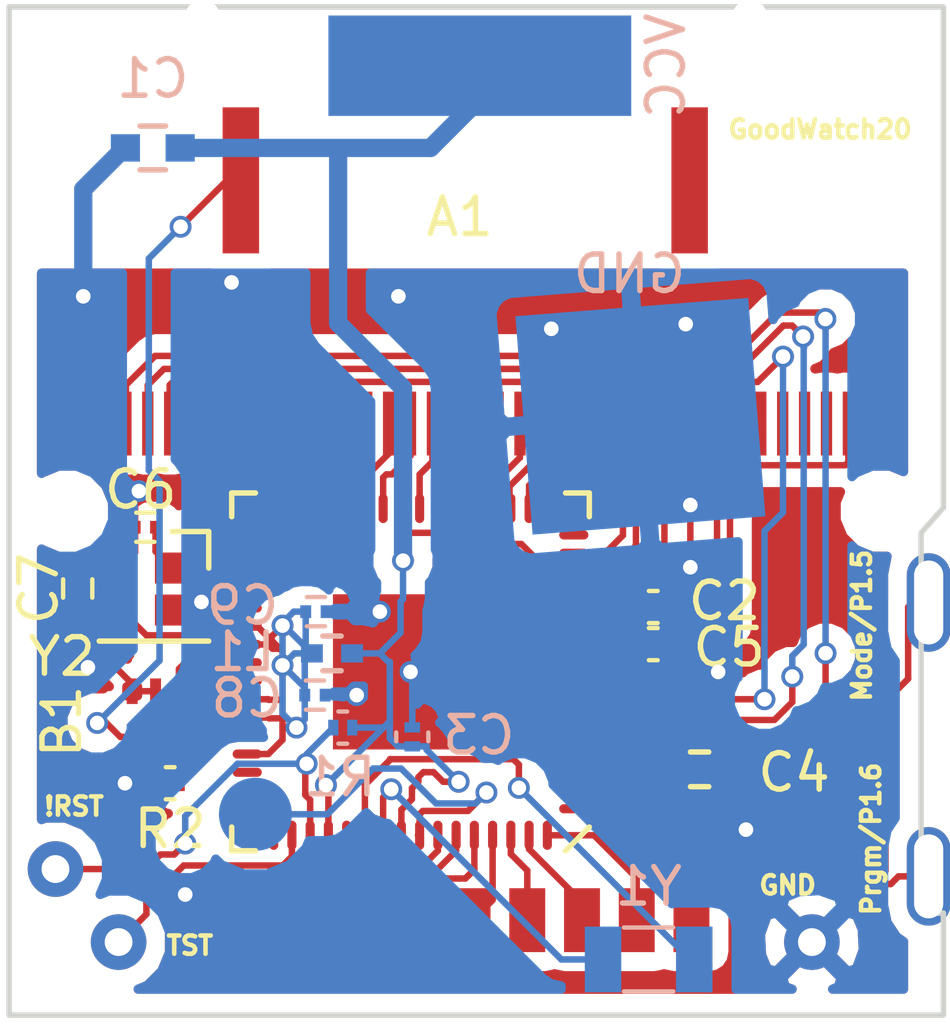
<source format=kicad_pcb>
(kicad_pcb (version 4) (host pcbnew 4.0.5+dfsg1-4)

  (general
    (links 88)
    (no_connects 0)
    (area 94.102067 58.4222 122.5778 86.8528)
    (thickness 1.6)
    (drawings 14)
    (tracks 488)
    (zones 0)
    (modules 20)
    (nets 67)
  )

  (page A4)
  (layers
    (0 F.Cu signal)
    (31 B.Cu signal)
    (32 B.Adhes user)
    (33 F.Adhes user)
    (34 B.Paste user)
    (35 F.Paste user)
    (36 B.SilkS user)
    (37 F.SilkS user)
    (38 B.Mask user)
    (39 F.Mask user)
    (40 Dwgs.User user)
    (41 Cmts.User user)
    (42 Eco1.User user)
    (43 Eco2.User user)
    (44 Edge.Cuts user)
    (45 Margin user)
    (46 B.CrtYd user)
    (47 F.CrtYd user)
    (48 B.Fab user hide)
    (49 F.Fab user hide)
  )

  (setup
    (last_trace_width 0.1778)
    (trace_clearance 0.1778)
    (zone_clearance 0.508)
    (zone_45_only no)
    (trace_min 0.125)
    (segment_width 0.02)
    (edge_width 0.15)
    (via_size 0.6)
    (via_drill 0.4)
    (via_min_size 0.3)
    (via_min_drill 0.2032)
    (uvia_size 0.3)
    (uvia_drill 0.1)
    (uvias_allowed no)
    (uvia_min_size 0.2)
    (uvia_min_drill 0.1)
    (pcb_text_width 0.3)
    (pcb_text_size 0.5 0.5)
    (mod_edge_width 0.01)
    (mod_text_size 1 1)
    (mod_text_width 0.01)
    (pad_size 1.524 1.524)
    (pad_drill 0.762)
    (pad_to_mask_clearance 0.2)
    (aux_axis_origin 96.6 86.4)
    (visible_elements FFFFE409)
    (pcbplotparams
      (layerselection 0x010f0_80000001)
      (usegerberextensions true)
      (excludeedgelayer true)
      (linewidth 0.100000)
      (plotframeref false)
      (viasonmask false)
      (mode 1)
      (useauxorigin false)
      (hpglpennumber 1)
      (hpglpenspeed 20)
      (hpglpendiameter 15)
      (hpglpenoverlay 2)
      (psnegative false)
      (psa4output false)
      (plotreference true)
      (plotvalue true)
      (plotinvisibletext false)
      (padsonsilk false)
      (subtractmaskfromsilk false)
      (outputformat 1)
      (mirror false)
      (drillshape 0)
      (scaleselection 1)
      (outputdirectory gerbers/))
  )

  (net 0 "")
  (net 1 "Net-(LCD1-Pad1)")
  (net 2 "Net-(LCD1-Pad5)")
  (net 3 "Net-(LCD1-Pad6)")
  (net 4 "Net-(LCD1-Pad7)")
  (net 5 "Net-(LCD1-Pad8)")
  (net 6 "Net-(LCD1-Pad9)")
  (net 7 "Net-(LCD1-Pad10)")
  (net 8 "Net-(LCD1-Pad11)")
  (net 9 "Net-(LCD1-Pad12)")
  (net 10 "Net-(LCD1-Pad13)")
  (net 11 "Net-(LCD1-Pad14)")
  (net 12 "Net-(LCD1-Pad15)")
  (net 13 "Net-(LCD1-Pad16)")
  (net 14 "Net-(LCD1-Pad17)")
  (net 15 "Net-(LCD1-Pad18)")
  (net 16 "Net-(LCD1-Pad19)")
  (net 17 "Net-(LCD1-Pad20)")
  (net 18 "Net-(LCD1-Pad21)")
  (net 19 "Net-(LCD1-Pad22)")
  (net 20 "Net-(LCD1-Pad23)")
  (net 21 "Net-(LCD1-Pad24)")
  (net 22 "Net-(LCD1-Pad25)")
  (net 23 "Net-(LCD1-Pad26)")
  (net 24 "Net-(LCD1-Pad27)")
  (net 25 "Net-(LCD1-Pad28)")
  (net 26 "Net-(LCD1-Pad29)")
  (net 27 "Net-(LCD1-Pad30)")
  (net 28 "Net-(LCD1-Pad31)")
  (net 29 "Net-(LCD1-Pad32)")
  (net 30 "Net-(LCD1-Pad33)")
  (net 31 "Net-(LCD1-Pad34)")
  (net 32 "Net-(BRD1-Pad4)")
  (net 33 "Net-(BRD1-Pad3)")
  (net 34 "Net-(KPD1-Pad1)")
  (net 35 "Net-(KPD1-Pad2)")
  (net 36 "Net-(KPD1-Pad3)")
  (net 37 "Net-(KPD1-Pad4)")
  (net 38 "Net-(KPD1-Pad5)")
  (net 39 "Net-(KPD1-Pad6)")
  (net 40 "Net-(KPD1-Pad7)")
  (net 41 "Net-(KPD1-Pad8)")
  (net 42 "Net-(KPD1-Pad9)")
  (net 43 GND)
  (net 44 VCC)
  (net 45 "Net-(U1-Pad46)")
  (net 46 "Net-(U1-Pad47)")
  (net 47 "Net-(U1-Pad48)")
  (net 48 "Net-(U1-Pad49)")
  (net 49 "Net-(U1-Pad54)")
  (net 50 "Net-(U1-Pad55)")
  (net 51 /TST)
  (net 52 /!RST)
  (net 53 /COM0)
  (net 54 /COM1)
  (net 55 /COM2)
  (net 56 /VCORE)
  (net 57 "Net-(LCD1-Pad35)")
  (net 58 /LCDCAP)
  (net 59 /RF_P)
  (net 60 /RF_N)
  (net 61 "Net-(A1-Pad1)")
  (net 62 "Net-(R2-Pad1)")
  (net 63 /RF_XIN)
  (net 64 /RF_XOUT)
  (net 65 /RFVCC)
  (net 66 /BUZZ)

  (net_class Default "This is the default net class."
    (clearance 0.1778)
    (trace_width 0.1778)
    (via_dia 0.6)
    (via_drill 0.4)
    (uvia_dia 0.3)
    (uvia_drill 0.1)
    (add_net /!RST)
    (add_net /BUZZ)
    (add_net /COM0)
    (add_net /COM1)
    (add_net /COM2)
    (add_net /LCDCAP)
    (add_net /RFVCC)
    (add_net /RF_N)
    (add_net /RF_P)
    (add_net /RF_XIN)
    (add_net /RF_XOUT)
    (add_net /TST)
    (add_net /VCORE)
    (add_net GND)
    (add_net "Net-(A1-Pad1)")
    (add_net "Net-(BRD1-Pad3)")
    (add_net "Net-(BRD1-Pad4)")
    (add_net "Net-(KPD1-Pad1)")
    (add_net "Net-(KPD1-Pad2)")
    (add_net "Net-(KPD1-Pad3)")
    (add_net "Net-(KPD1-Pad4)")
    (add_net "Net-(KPD1-Pad5)")
    (add_net "Net-(KPD1-Pad6)")
    (add_net "Net-(KPD1-Pad7)")
    (add_net "Net-(KPD1-Pad8)")
    (add_net "Net-(KPD1-Pad9)")
    (add_net "Net-(LCD1-Pad1)")
    (add_net "Net-(LCD1-Pad10)")
    (add_net "Net-(LCD1-Pad11)")
    (add_net "Net-(LCD1-Pad12)")
    (add_net "Net-(LCD1-Pad13)")
    (add_net "Net-(LCD1-Pad14)")
    (add_net "Net-(LCD1-Pad15)")
    (add_net "Net-(LCD1-Pad16)")
    (add_net "Net-(LCD1-Pad17)")
    (add_net "Net-(LCD1-Pad18)")
    (add_net "Net-(LCD1-Pad19)")
    (add_net "Net-(LCD1-Pad20)")
    (add_net "Net-(LCD1-Pad21)")
    (add_net "Net-(LCD1-Pad22)")
    (add_net "Net-(LCD1-Pad23)")
    (add_net "Net-(LCD1-Pad24)")
    (add_net "Net-(LCD1-Pad25)")
    (add_net "Net-(LCD1-Pad26)")
    (add_net "Net-(LCD1-Pad27)")
    (add_net "Net-(LCD1-Pad28)")
    (add_net "Net-(LCD1-Pad29)")
    (add_net "Net-(LCD1-Pad30)")
    (add_net "Net-(LCD1-Pad31)")
    (add_net "Net-(LCD1-Pad32)")
    (add_net "Net-(LCD1-Pad33)")
    (add_net "Net-(LCD1-Pad34)")
    (add_net "Net-(LCD1-Pad35)")
    (add_net "Net-(LCD1-Pad5)")
    (add_net "Net-(LCD1-Pad6)")
    (add_net "Net-(LCD1-Pad7)")
    (add_net "Net-(LCD1-Pad8)")
    (add_net "Net-(LCD1-Pad9)")
    (add_net "Net-(R2-Pad1)")
    (add_net "Net-(U1-Pad46)")
    (add_net "Net-(U1-Pad47)")
    (add_net "Net-(U1-Pad48)")
    (add_net "Net-(U1-Pad49)")
    (add_net "Net-(U1-Pad54)")
    (add_net "Net-(U1-Pad55)")
    (add_net VCC)
  )

  (module AAgoodwatch20:ca53lcd (layer F.Cu) (tedit 58F28911) (tstamp 58F28E24)
    (at 99 70.2)
    (path /58F11D4F)
    (fp_text reference LCD1 (at 7.9 2.7) (layer F.SilkS) hide
      (effects (font (size 1 1) (thickness 0.15)))
    )
    (fp_text value CA53LCD (at 9.7 -2.4) (layer F.Fab) hide
      (effects (font (size 1 1) (thickness 0.15)))
    )
    (pad 1 connect rect (at 0.2 0) (size 0.31 1.75) (layers F.Cu F.Mask)
      (net 1 "Net-(LCD1-Pad1)"))
    (pad 2 connect rect (at 0.8 0) (size 0.31 1.75) (layers F.Cu F.Mask)
      (net 53 /COM0))
    (pad 3 connect rect (at 1.4 0) (size 0.31 1.75) (layers F.Cu F.Mask)
      (net 54 /COM1))
    (pad 4 connect rect (at 2 0) (size 0.31 1.75) (layers F.Cu F.Mask)
      (net 55 /COM2))
    (pad 5 connect rect (at 2.6 0) (size 0.31 1.75) (layers F.Cu F.Mask)
      (net 2 "Net-(LCD1-Pad5)"))
    (pad 6 connect rect (at 3.2 0) (size 0.31 1.75) (layers F.Cu F.Mask)
      (net 3 "Net-(LCD1-Pad6)"))
    (pad 7 connect rect (at 3.8 0) (size 0.31 1.75) (layers F.Cu F.Mask)
      (net 4 "Net-(LCD1-Pad7)"))
    (pad 8 connect rect (at 4.4 0) (size 0.31 1.75) (layers F.Cu F.Mask)
      (net 5 "Net-(LCD1-Pad8)"))
    (pad 9 connect rect (at 5 0) (size 0.31 1.75) (layers F.Cu F.Mask)
      (net 6 "Net-(LCD1-Pad9)"))
    (pad 10 connect rect (at 5.6 0) (size 0.31 1.75) (layers F.Cu F.Mask)
      (net 7 "Net-(LCD1-Pad10)"))
    (pad 11 connect rect (at 6.2 0) (size 0.31 1.75) (layers F.Cu F.Mask)
      (net 8 "Net-(LCD1-Pad11)"))
    (pad 12 connect rect (at 6.8 0) (size 0.31 1.75) (layers F.Cu F.Mask)
      (net 9 "Net-(LCD1-Pad12)"))
    (pad 13 connect rect (at 7.4 0) (size 0.31 1.75) (layers F.Cu F.Mask)
      (net 10 "Net-(LCD1-Pad13)"))
    (pad 14 connect rect (at 8 0) (size 0.31 1.75) (layers F.Cu F.Mask)
      (net 11 "Net-(LCD1-Pad14)"))
    (pad 15 connect rect (at 8.6 0) (size 0.31 1.75) (layers F.Cu F.Mask)
      (net 12 "Net-(LCD1-Pad15)"))
    (pad 16 connect rect (at 9.2 0) (size 0.31 1.75) (layers F.Cu F.Mask)
      (net 13 "Net-(LCD1-Pad16)"))
    (pad 17 connect rect (at 9.8 0) (size 0.31 1.75) (layers F.Cu F.Mask)
      (net 14 "Net-(LCD1-Pad17)"))
    (pad 18 connect rect (at 10.4 0) (size 0.31 1.75) (layers F.Cu F.Mask)
      (net 15 "Net-(LCD1-Pad18)"))
    (pad 19 connect rect (at 11 0) (size 0.31 1.75) (layers F.Cu F.Mask)
      (net 16 "Net-(LCD1-Pad19)"))
    (pad 20 connect rect (at 11.6 0) (size 0.31 1.75) (layers F.Cu F.Mask)
      (net 17 "Net-(LCD1-Pad20)"))
    (pad 21 connect rect (at 12.2 0) (size 0.31 1.75) (layers F.Cu F.Mask)
      (net 18 "Net-(LCD1-Pad21)"))
    (pad 22 connect rect (at 12.8 0) (size 0.31 1.75) (layers F.Cu F.Mask)
      (net 19 "Net-(LCD1-Pad22)"))
    (pad 23 connect rect (at 13.4 0) (size 0.31 1.75) (layers F.Cu F.Mask)
      (net 20 "Net-(LCD1-Pad23)"))
    (pad 24 connect rect (at 14 0) (size 0.31 1.75) (layers F.Cu F.Mask)
      (net 21 "Net-(LCD1-Pad24)"))
    (pad 25 connect rect (at 14.6 0) (size 0.31 1.75) (layers F.Cu F.Mask)
      (net 22 "Net-(LCD1-Pad25)"))
    (pad 26 connect rect (at 15.2 0) (size 0.31 1.75) (layers F.Cu F.Mask)
      (net 23 "Net-(LCD1-Pad26)"))
    (pad 27 connect rect (at 15.8 0) (size 0.31 1.75) (layers F.Cu F.Mask)
      (net 24 "Net-(LCD1-Pad27)"))
    (pad 28 connect rect (at 16.4 0) (size 0.31 1.75) (layers F.Cu F.Mask)
      (net 25 "Net-(LCD1-Pad28)"))
    (pad 29 connect rect (at 17 0) (size 0.31 1.75) (layers F.Cu F.Mask)
      (net 26 "Net-(LCD1-Pad29)"))
    (pad 30 connect rect (at 17.6 0) (size 0.31 1.75) (layers F.Cu F.Mask)
      (net 27 "Net-(LCD1-Pad30)"))
    (pad 31 connect rect (at 18.2 0) (size 0.31 1.75) (layers F.Cu F.Mask)
      (net 28 "Net-(LCD1-Pad31)"))
    (pad 32 connect rect (at 18.8 0) (size 0.31 1.75) (layers F.Cu F.Mask)
      (net 29 "Net-(LCD1-Pad32)"))
    (pad 33 connect rect (at 19.4 0) (size 0.31 1.75) (layers F.Cu F.Mask)
      (net 30 "Net-(LCD1-Pad33)"))
    (pad 34 connect rect (at 20 0) (size 0.31 1.75) (layers F.Cu F.Mask)
      (net 31 "Net-(LCD1-Pad34)"))
    (pad 35 connect rect (at 20.6 0) (size 0.31 1.75) (layers F.Cu F.Mask)
      (net 57 "Net-(LCD1-Pad35)"))
  )

  (module Crystals:Crystal_SMD_3215-2pin_3.2x1.5mm (layer B.Cu) (tedit 58CD2E9C) (tstamp 58F2CD65)
    (at 114.126 84.876 180)
    (descr "SMD Crystal FC-135 https://support.epson.biz/td/api/doc_check.php?dl=brief_FC-135R_en.pdf")
    (tags "SMD SMT Crystal")
    (path /58F2817E)
    (attr smd)
    (fp_text reference Y1 (at 0 2 180) (layer B.SilkS)
      (effects (font (size 1 1) (thickness 0.15)) (justify mirror))
    )
    (fp_text value 32.768kHz (at 1.524 3.302 180) (layer B.Fab)
      (effects (font (size 1 1) (thickness 0.15)) (justify mirror))
    )
    (fp_text user %R (at 0 2 180) (layer B.Fab)
      (effects (font (size 1 1) (thickness 0.15)) (justify mirror))
    )
    (fp_line (start -2 1.15) (end 2 1.15) (layer B.CrtYd) (width 0.05))
    (fp_line (start -1.6 0.75) (end -1.6 -0.75) (layer B.Fab) (width 0.1))
    (fp_line (start -0.675 -0.875) (end 0.675 -0.875) (layer B.SilkS) (width 0.12))
    (fp_line (start -0.675 0.875) (end 0.675 0.875) (layer B.SilkS) (width 0.12))
    (fp_line (start 1.6 0.75) (end 1.6 -0.75) (layer B.Fab) (width 0.1))
    (fp_line (start -1.6 0.75) (end 1.6 0.75) (layer B.Fab) (width 0.1))
    (fp_line (start -1.6 -0.75) (end 1.6 -0.75) (layer B.Fab) (width 0.1))
    (fp_line (start -2 -1.15) (end 2 -1.15) (layer B.CrtYd) (width 0.05))
    (fp_line (start -2 1.15) (end -2 -1.15) (layer B.CrtYd) (width 0.05))
    (fp_line (start 2 1.15) (end 2 -1.15) (layer B.CrtYd) (width 0.05))
    (pad 1 smd rect (at 1.25 0 180) (size 1 1.8) (layers B.Cu B.Paste B.Mask)
      (net 50 "Net-(U1-Pad55)"))
    (pad 2 smd rect (at -1.25 0 180) (size 1 1.8) (layers B.Cu B.Paste B.Mask)
      (net 49 "Net-(U1-Pad54)"))
    (model Crystals.3dshapes/Crystal_SMD_5032_2Pads.wrl
      (at (xyz 0 0 0))
      (scale (xyz 0.2 0.2 0.2))
      (rotate (xyz 0 0 0))
    )
  )

  (module Inductors_SMD:L_0402 (layer B.Cu) (tedit 5415D599) (tstamp 59E39CAB)
    (at 105.448 76.494)
    (descr "Inductor SMD 0402, reflow soldering")
    (tags "inductor 0402")
    (path /59E2854B)
    (attr smd)
    (fp_text reference L1 (at -2.451 -0.04) (layer B.SilkS)
      (effects (font (size 1 1) (thickness 0.15)) (justify mirror))
    )
    (fp_text value L_Small (at 0 -1.7) (layer B.Fab)
      (effects (font (size 1 1) (thickness 0.15)) (justify mirror))
    )
    (fp_line (start -0.5 -0.25) (end -0.5 0.25) (layer B.Fab) (width 0.15))
    (fp_line (start 0.5 -0.25) (end -0.5 -0.25) (layer B.Fab) (width 0.15))
    (fp_line (start 0.5 0.25) (end 0.5 -0.25) (layer B.Fab) (width 0.15))
    (fp_line (start -0.5 0.25) (end 0.5 0.25) (layer B.Fab) (width 0.15))
    (fp_line (start -1.15 0.6) (end 1.15 0.6) (layer B.CrtYd) (width 0.05))
    (fp_line (start -1.15 -0.6) (end 1.15 -0.6) (layer B.CrtYd) (width 0.05))
    (fp_line (start -1.15 0.6) (end -1.15 -0.6) (layer B.CrtYd) (width 0.05))
    (fp_line (start 1.15 0.6) (end 1.15 -0.6) (layer B.CrtYd) (width 0.05))
    (fp_line (start 0.25 0.475) (end -0.25 0.475) (layer B.SilkS) (width 0.15))
    (fp_line (start -0.25 -0.475) (end 0.25 -0.475) (layer B.SilkS) (width 0.15))
    (pad 1 smd rect (at -0.55 0) (size 0.6 0.5) (layers B.Cu B.Paste B.Mask)
      (net 65 /RFVCC))
    (pad 2 smd rect (at 0.55 0) (size 0.6 0.5) (layers B.Cu B.Paste B.Mask)
      (net 44 VCC))
    (model Capacitors_SMD.3dshapes/C_0402.wrl
      (at (xyz 0 0 0))
      (scale (xyz 1 1 1))
      (rotate (xyz 0 0 0))
    )
  )

  (module Capacitors_SMD:C_0201 (layer B.Cu) (tedit 58AA83DF) (tstamp 59E2B3BF)
    (at 105.008 75.351)
    (descr "Capacitor SMD 0201, reflow soldering, AVX (see smccp.pdf)")
    (tags "capacitor 0201")
    (path /59E28F57)
    (attr smd)
    (fp_text reference C9 (at -2.011 -0.167) (layer B.SilkS)
      (effects (font (size 1 1) (thickness 0.15)) (justify mirror))
    )
    (fp_text value 0.1uF (at 0 -1.27) (layer B.Fab)
      (effects (font (size 1 1) (thickness 0.15)) (justify mirror))
    )
    (fp_text user %R (at 0 1.27) (layer B.Fab)
      (effects (font (size 1 1) (thickness 0.15)) (justify mirror))
    )
    (fp_line (start -0.3 -0.15) (end -0.3 0.15) (layer B.Fab) (width 0.1))
    (fp_line (start 0.3 -0.15) (end -0.3 -0.15) (layer B.Fab) (width 0.1))
    (fp_line (start 0.3 0.15) (end 0.3 -0.15) (layer B.Fab) (width 0.1))
    (fp_line (start -0.3 0.15) (end 0.3 0.15) (layer B.Fab) (width 0.1))
    (fp_line (start 0.25 -0.4) (end -0.25 -0.4) (layer B.SilkS) (width 0.12))
    (fp_line (start -0.25 0.4) (end 0.25 0.4) (layer B.SilkS) (width 0.12))
    (fp_line (start -0.58 0.33) (end 0.58 0.33) (layer B.CrtYd) (width 0.05))
    (fp_line (start -0.58 0.33) (end -0.58 -0.32) (layer B.CrtYd) (width 0.05))
    (fp_line (start 0.58 -0.32) (end 0.58 0.33) (layer B.CrtYd) (width 0.05))
    (fp_line (start 0.58 -0.32) (end -0.58 -0.32) (layer B.CrtYd) (width 0.05))
    (pad 1 smd rect (at -0.28 0) (size 0.3 0.35) (layers B.Cu B.Paste B.Mask)
      (net 65 /RFVCC))
    (pad 2 smd rect (at 0.28 0) (size 0.3 0.35) (layers B.Cu B.Paste B.Mask)
      (net 43 GND))
    (model Capacitors_SMD.3dshapes/C_0201.wrl
      (at (xyz 0 0 0))
      (scale (xyz 1 1 1))
      (rotate (xyz 0 0 0))
    )
  )

  (module Capacitors_SMD:C_0201 (layer B.Cu) (tedit 58AA83DF) (tstamp 59E2B3AE)
    (at 104.982 77.637)
    (descr "Capacitor SMD 0201, reflow soldering, AVX (see smccp.pdf)")
    (tags "capacitor 0201")
    (path /59E28B92)
    (attr smd)
    (fp_text reference C8 (at -1.858 0.087) (layer B.SilkS)
      (effects (font (size 1 1) (thickness 0.15)) (justify mirror))
    )
    (fp_text value 0.1uF (at 0 -1.27) (layer B.Fab)
      (effects (font (size 1 1) (thickness 0.15)) (justify mirror))
    )
    (fp_text user %R (at 0 1.27) (layer B.Fab)
      (effects (font (size 1 1) (thickness 0.15)) (justify mirror))
    )
    (fp_line (start -0.3 -0.15) (end -0.3 0.15) (layer B.Fab) (width 0.1))
    (fp_line (start 0.3 -0.15) (end -0.3 -0.15) (layer B.Fab) (width 0.1))
    (fp_line (start 0.3 0.15) (end 0.3 -0.15) (layer B.Fab) (width 0.1))
    (fp_line (start -0.3 0.15) (end 0.3 0.15) (layer B.Fab) (width 0.1))
    (fp_line (start 0.25 -0.4) (end -0.25 -0.4) (layer B.SilkS) (width 0.12))
    (fp_line (start -0.25 0.4) (end 0.25 0.4) (layer B.SilkS) (width 0.12))
    (fp_line (start -0.58 0.33) (end 0.58 0.33) (layer B.CrtYd) (width 0.05))
    (fp_line (start -0.58 0.33) (end -0.58 -0.32) (layer B.CrtYd) (width 0.05))
    (fp_line (start 0.58 -0.32) (end 0.58 0.33) (layer B.CrtYd) (width 0.05))
    (fp_line (start 0.58 -0.32) (end -0.58 -0.32) (layer B.CrtYd) (width 0.05))
    (pad 1 smd rect (at -0.28 0) (size 0.3 0.35) (layers B.Cu B.Paste B.Mask)
      (net 65 /RFVCC))
    (pad 2 smd rect (at 0.28 0) (size 0.3 0.35) (layers B.Cu B.Paste B.Mask)
      (net 43 GND))
    (model Capacitors_SMD.3dshapes/C_0201.wrl
      (at (xyz 0 0 0))
      (scale (xyz 1 1 1))
      (rotate (xyz 0 0 0))
    )
  )

  (module GoodWatch20:0433bm15a0001 (layer F.Cu) (tedit 59E25BCA) (tstamp 59E25F82)
    (at 100.6132 78.78 180)
    (path /59D2E4F9)
    (fp_text reference B1 (at 2.5692 0.421 270) (layer F.SilkS)
      (effects (font (size 1 1) (thickness 0.15)))
    )
    (fp_text value 0433bm15a0001 (at 0 -1.25 180) (layer F.Fab)
      (effects (font (size 1 1) (thickness 0.15)))
    )
    (pad 1 smd rect (at 0.64 0 180) (size 0.3 0.7) (layers F.Cu F.Paste F.Mask)
      (net 61 "Net-(A1-Pad1)"))
    (pad 2 smd rect (at 0 0 180) (size 0.3 0.7) (layers F.Cu F.Paste F.Mask)
      (net 43 GND))
    (pad 3 smd rect (at -0.64 0 180) (size 0.3 0.7) (layers F.Cu F.Paste F.Mask)
      (net 60 /RF_N))
    (pad 4 smd rect (at -0.64 1.25 180) (size 0.3 0.7) (layers F.Cu F.Paste F.Mask)
      (net 59 /RF_P))
    (pad 5 smd rect (at 0 1.25 180) (size 0.3 0.7) (layers F.Cu F.Paste F.Mask)
      (net 43 GND))
    (pad 6 smd rect (at 0.64 1.25 180) (size 0.3 0.7) (layers F.Cu F.Paste F.Mask)
      (net 43 GND))
  )

  (module Capacitors_SMD:C_0201 (layer F.Cu) (tedit 58AA83DF) (tstamp 59DBB2C3)
    (at 98.4796 74.716 90)
    (descr "Capacitor SMD 0201, reflow soldering, AVX (see smccp.pdf)")
    (tags "capacitor 0201")
    (path /59D3F397)
    (attr smd)
    (fp_text reference C7 (at 0 -1.0706 90) (layer F.SilkS)
      (effects (font (size 1 1) (thickness 0.15)))
    )
    (fp_text value 19pF (at 0 1.27 90) (layer F.Fab)
      (effects (font (size 1 1) (thickness 0.15)))
    )
    (fp_text user %R (at 0 -1.27 90) (layer F.Fab)
      (effects (font (size 1 1) (thickness 0.15)))
    )
    (fp_line (start -0.3 0.15) (end -0.3 -0.15) (layer F.Fab) (width 0.1))
    (fp_line (start 0.3 0.15) (end -0.3 0.15) (layer F.Fab) (width 0.1))
    (fp_line (start 0.3 -0.15) (end 0.3 0.15) (layer F.Fab) (width 0.1))
    (fp_line (start -0.3 -0.15) (end 0.3 -0.15) (layer F.Fab) (width 0.1))
    (fp_line (start 0.25 0.4) (end -0.25 0.4) (layer F.SilkS) (width 0.12))
    (fp_line (start -0.25 -0.4) (end 0.25 -0.4) (layer F.SilkS) (width 0.12))
    (fp_line (start -0.58 -0.33) (end 0.58 -0.33) (layer F.CrtYd) (width 0.05))
    (fp_line (start -0.58 -0.33) (end -0.58 0.32) (layer F.CrtYd) (width 0.05))
    (fp_line (start 0.58 0.32) (end 0.58 -0.33) (layer F.CrtYd) (width 0.05))
    (fp_line (start 0.58 0.32) (end -0.58 0.32) (layer F.CrtYd) (width 0.05))
    (pad 1 smd rect (at -0.28 0 90) (size 0.3 0.35) (layers F.Cu F.Paste F.Mask)
      (net 64 /RF_XOUT))
    (pad 2 smd rect (at 0.28 0 90) (size 0.3 0.35) (layers F.Cu F.Paste F.Mask)
      (net 43 GND))
    (model Capacitors_SMD.3dshapes/C_0201.wrl
      (at (xyz 0 0 0))
      (scale (xyz 1 1 1))
      (rotate (xyz 0 0 0))
    )
  )

  (module Capacitors_SMD:C_0201 (layer F.Cu) (tedit 58AA83DF) (tstamp 59DBB2B3)
    (at 100.3332 73.0396 180)
    (descr "Capacitor SMD 0201, reflow soldering, AVX (see smccp.pdf)")
    (tags "capacitor 0201")
    (path /59D3F241)
    (attr smd)
    (fp_text reference C6 (at 0.1302 1.0306 180) (layer F.SilkS)
      (effects (font (size 1 1) (thickness 0.15)))
    )
    (fp_text value 19pF (at 0 1.27 180) (layer F.Fab)
      (effects (font (size 1 1) (thickness 0.15)))
    )
    (fp_text user %R (at 0 -1.27 180) (layer F.Fab)
      (effects (font (size 1 1) (thickness 0.15)))
    )
    (fp_line (start -0.3 0.15) (end -0.3 -0.15) (layer F.Fab) (width 0.1))
    (fp_line (start 0.3 0.15) (end -0.3 0.15) (layer F.Fab) (width 0.1))
    (fp_line (start 0.3 -0.15) (end 0.3 0.15) (layer F.Fab) (width 0.1))
    (fp_line (start -0.3 -0.15) (end 0.3 -0.15) (layer F.Fab) (width 0.1))
    (fp_line (start 0.25 0.4) (end -0.25 0.4) (layer F.SilkS) (width 0.12))
    (fp_line (start -0.25 -0.4) (end 0.25 -0.4) (layer F.SilkS) (width 0.12))
    (fp_line (start -0.58 -0.33) (end 0.58 -0.33) (layer F.CrtYd) (width 0.05))
    (fp_line (start -0.58 -0.33) (end -0.58 0.32) (layer F.CrtYd) (width 0.05))
    (fp_line (start 0.58 0.32) (end 0.58 -0.33) (layer F.CrtYd) (width 0.05))
    (fp_line (start 0.58 0.32) (end -0.58 0.32) (layer F.CrtYd) (width 0.05))
    (pad 1 smd rect (at -0.28 0 180) (size 0.3 0.35) (layers F.Cu F.Paste F.Mask)
      (net 63 /RF_XIN))
    (pad 2 smd rect (at 0.28 0 180) (size 0.3 0.35) (layers F.Cu F.Paste F.Mask)
      (net 43 GND))
    (model Capacitors_SMD.3dshapes/C_0201.wrl
      (at (xyz 0 0 0))
      (scale (xyz 1 1 1))
      (rotate (xyz 0 0 0))
    )
  )

  (module Resistors_SMD:R_0201 (layer F.Cu) (tedit 58E0A804) (tstamp 59DBB198)
    (at 101.0136 80.05 180)
    (descr "Resistor SMD 0201, reflow soldering, Vishay (see crcw0201e3.pdf)")
    (tags "resistor 0201")
    (path /59D2FA2B)
    (attr smd)
    (fp_text reference R2 (at 0 -1.25 180) (layer F.SilkS)
      (effects (font (size 1 1) (thickness 0.15)))
    )
    (fp_text value 56k (at 0 1.3 180) (layer F.Fab)
      (effects (font (size 1 1) (thickness 0.15)))
    )
    (fp_text user %R (at 0 -1.25 180) (layer F.Fab)
      (effects (font (size 1 1) (thickness 0.15)))
    )
    (fp_line (start -0.3 0.15) (end -0.3 -0.15) (layer F.Fab) (width 0.1))
    (fp_line (start 0.3 0.15) (end -0.3 0.15) (layer F.Fab) (width 0.1))
    (fp_line (start 0.3 -0.15) (end 0.3 0.15) (layer F.Fab) (width 0.1))
    (fp_line (start -0.3 -0.15) (end 0.3 -0.15) (layer F.Fab) (width 0.1))
    (fp_line (start 0.12 -0.44) (end -0.12 -0.44) (layer F.SilkS) (width 0.12))
    (fp_line (start -0.12 0.44) (end 0.12 0.44) (layer F.SilkS) (width 0.12))
    (fp_line (start -0.55 -0.37) (end 0.55 -0.37) (layer F.CrtYd) (width 0.05))
    (fp_line (start -0.55 -0.37) (end -0.55 0.36) (layer F.CrtYd) (width 0.05))
    (fp_line (start 0.55 0.36) (end 0.55 -0.37) (layer F.CrtYd) (width 0.05))
    (fp_line (start 0.55 0.36) (end -0.55 0.36) (layer F.CrtYd) (width 0.05))
    (pad 1 smd rect (at -0.26 0 180) (size 0.28 0.43) (layers F.Cu F.Paste F.Mask)
      (net 62 "Net-(R2-Pad1)"))
    (pad 2 smd rect (at 0.26 0 180) (size 0.28 0.43) (layers F.Cu F.Paste F.Mask)
      (net 43 GND))
    (model ${KISYS3DMOD}/Resistors_SMD.3dshapes/R_0201.wrl
      (at (xyz 0 0 0))
      (scale (xyz 1 1 1))
      (rotate (xyz 0 0 0))
    )
  )

  (module Resistors_SMD:R_0201 (layer B.Cu) (tedit 58E0A804) (tstamp 59DB9FC1)
    (at 105.744 78.526 180)
    (descr "Resistor SMD 0201, reflow soldering, Vishay (see crcw0201e3.pdf)")
    (tags "resistor 0201")
    (path /59DB970E)
    (attr smd)
    (fp_text reference R1 (at 0.08 -1.357 180) (layer B.SilkS)
      (effects (font (size 1 1) (thickness 0.15)) (justify mirror))
    )
    (fp_text value 75k (at 0 -1.3 180) (layer B.Fab)
      (effects (font (size 1 1) (thickness 0.15)) (justify mirror))
    )
    (fp_text user %R (at 0 1.25 180) (layer B.Fab)
      (effects (font (size 1 1) (thickness 0.15)) (justify mirror))
    )
    (fp_line (start -0.3 -0.15) (end -0.3 0.15) (layer B.Fab) (width 0.1))
    (fp_line (start 0.3 -0.15) (end -0.3 -0.15) (layer B.Fab) (width 0.1))
    (fp_line (start 0.3 0.15) (end 0.3 -0.15) (layer B.Fab) (width 0.1))
    (fp_line (start -0.3 0.15) (end 0.3 0.15) (layer B.Fab) (width 0.1))
    (fp_line (start 0.12 0.44) (end -0.12 0.44) (layer B.SilkS) (width 0.12))
    (fp_line (start -0.12 -0.44) (end 0.12 -0.44) (layer B.SilkS) (width 0.12))
    (fp_line (start -0.55 0.37) (end 0.55 0.37) (layer B.CrtYd) (width 0.05))
    (fp_line (start -0.55 0.37) (end -0.55 -0.36) (layer B.CrtYd) (width 0.05))
    (fp_line (start 0.55 -0.36) (end 0.55 0.37) (layer B.CrtYd) (width 0.05))
    (fp_line (start 0.55 -0.36) (end -0.55 -0.36) (layer B.CrtYd) (width 0.05))
    (pad 1 smd rect (at -0.26 0 180) (size 0.28 0.43) (layers B.Cu B.Paste B.Mask)
      (net 44 VCC))
    (pad 2 smd rect (at 0.26 0 180) (size 0.28 0.43) (layers B.Cu B.Paste B.Mask)
      (net 52 /!RST))
    (model ${KISYS3DMOD}/Resistors_SMD.3dshapes/R_0201.wrl
      (at (xyz 0 0 0))
      (scale (xyz 1 1 1))
      (rotate (xyz 0 0 0))
    )
  )

  (module Resistors_SMD:R_0201 (layer F.Cu) (tedit 58E0A804) (tstamp 59DB9FB1)
    (at 114.253 76.24)
    (descr "Resistor SMD 0201, reflow soldering, Vishay (see crcw0201e3.pdf)")
    (tags "resistor 0201")
    (path /59A89285)
    (attr smd)
    (fp_text reference C5 (at 2.079 0.087) (layer F.SilkS)
      (effects (font (size 1 1) (thickness 0.15)))
    )
    (fp_text value 0.47uF (at 0 1.3) (layer F.Fab)
      (effects (font (size 1 1) (thickness 0.15)))
    )
    (fp_text user %R (at 0 -1.25) (layer F.Fab)
      (effects (font (size 1 1) (thickness 0.15)))
    )
    (fp_line (start -0.3 0.15) (end -0.3 -0.15) (layer F.Fab) (width 0.1))
    (fp_line (start 0.3 0.15) (end -0.3 0.15) (layer F.Fab) (width 0.1))
    (fp_line (start 0.3 -0.15) (end 0.3 0.15) (layer F.Fab) (width 0.1))
    (fp_line (start -0.3 -0.15) (end 0.3 -0.15) (layer F.Fab) (width 0.1))
    (fp_line (start 0.12 -0.44) (end -0.12 -0.44) (layer F.SilkS) (width 0.12))
    (fp_line (start -0.12 0.44) (end 0.12 0.44) (layer F.SilkS) (width 0.12))
    (fp_line (start -0.55 -0.37) (end 0.55 -0.37) (layer F.CrtYd) (width 0.05))
    (fp_line (start -0.55 -0.37) (end -0.55 0.36) (layer F.CrtYd) (width 0.05))
    (fp_line (start 0.55 0.36) (end 0.55 -0.37) (layer F.CrtYd) (width 0.05))
    (fp_line (start 0.55 0.36) (end -0.55 0.36) (layer F.CrtYd) (width 0.05))
    (pad 1 smd rect (at -0.26 0) (size 0.28 0.43) (layers F.Cu F.Paste F.Mask)
      (net 56 /VCORE))
    (pad 2 smd rect (at 0.26 0) (size 0.28 0.43) (layers F.Cu F.Paste F.Mask)
      (net 43 GND))
    (model ${KISYS3DMOD}/Resistors_SMD.3dshapes/R_0201.wrl
      (at (xyz 0 0 0))
      (scale (xyz 1 1 1))
      (rotate (xyz 0 0 0))
    )
  )

  (module Resistors_SMD:R_0201 (layer B.Cu) (tedit 58E0A804) (tstamp 59DB9FA1)
    (at 107.649 78.78 90)
    (descr "Resistor SMD 0201, reflow soldering, Vishay (see crcw0201e3.pdf)")
    (tags "resistor 0201")
    (path /58F297DF)
    (attr smd)
    (fp_text reference C3 (at 0.04 1.825 180) (layer B.SilkS)
      (effects (font (size 1 1) (thickness 0.15)) (justify mirror))
    )
    (fp_text value 0.1uF (at 0 -1.3 90) (layer B.Fab)
      (effects (font (size 1 1) (thickness 0.15)) (justify mirror))
    )
    (fp_text user %R (at 0 1.25 90) (layer B.Fab)
      (effects (font (size 1 1) (thickness 0.15)) (justify mirror))
    )
    (fp_line (start -0.3 -0.15) (end -0.3 0.15) (layer B.Fab) (width 0.1))
    (fp_line (start 0.3 -0.15) (end -0.3 -0.15) (layer B.Fab) (width 0.1))
    (fp_line (start 0.3 0.15) (end 0.3 -0.15) (layer B.Fab) (width 0.1))
    (fp_line (start -0.3 0.15) (end 0.3 0.15) (layer B.Fab) (width 0.1))
    (fp_line (start 0.12 0.44) (end -0.12 0.44) (layer B.SilkS) (width 0.12))
    (fp_line (start -0.12 -0.44) (end 0.12 -0.44) (layer B.SilkS) (width 0.12))
    (fp_line (start -0.55 0.37) (end 0.55 0.37) (layer B.CrtYd) (width 0.05))
    (fp_line (start -0.55 0.37) (end -0.55 -0.36) (layer B.CrtYd) (width 0.05))
    (fp_line (start 0.55 -0.36) (end 0.55 0.37) (layer B.CrtYd) (width 0.05))
    (fp_line (start 0.55 -0.36) (end -0.55 -0.36) (layer B.CrtYd) (width 0.05))
    (pad 1 smd rect (at -0.26 0 90) (size 0.28 0.43) (layers B.Cu B.Paste B.Mask)
      (net 44 VCC))
    (pad 2 smd rect (at 0.26 0 90) (size 0.28 0.43) (layers B.Cu B.Paste B.Mask)
      (net 43 GND))
    (model ${KISYS3DMOD}/Resistors_SMD.3dshapes/R_0201.wrl
      (at (xyz 0 0 0))
      (scale (xyz 1 1 1))
      (rotate (xyz 0 0 0))
    )
  )

  (module Resistors_SMD:R_0201 (layer F.Cu) (tedit 58E0A804) (tstamp 59DB9F91)
    (at 114.253 75.224)
    (descr "Resistor SMD 0201, reflow soldering, Vishay (see crcw0201e3.pdf)")
    (tags "resistor 0201")
    (path /58F297AD)
    (attr smd)
    (fp_text reference C2 (at 1.952 -0.167) (layer F.SilkS)
      (effects (font (size 1 1) (thickness 0.15)))
    )
    (fp_text value 0.1uF (at 0 1.3) (layer F.Fab)
      (effects (font (size 1 1) (thickness 0.15)))
    )
    (fp_text user %R (at 0 -1.25) (layer F.Fab)
      (effects (font (size 1 1) (thickness 0.15)))
    )
    (fp_line (start -0.3 0.15) (end -0.3 -0.15) (layer F.Fab) (width 0.1))
    (fp_line (start 0.3 0.15) (end -0.3 0.15) (layer F.Fab) (width 0.1))
    (fp_line (start 0.3 -0.15) (end 0.3 0.15) (layer F.Fab) (width 0.1))
    (fp_line (start -0.3 -0.15) (end 0.3 -0.15) (layer F.Fab) (width 0.1))
    (fp_line (start 0.12 -0.44) (end -0.12 -0.44) (layer F.SilkS) (width 0.12))
    (fp_line (start -0.12 0.44) (end 0.12 0.44) (layer F.SilkS) (width 0.12))
    (fp_line (start -0.55 -0.37) (end 0.55 -0.37) (layer F.CrtYd) (width 0.05))
    (fp_line (start -0.55 -0.37) (end -0.55 0.36) (layer F.CrtYd) (width 0.05))
    (fp_line (start 0.55 0.36) (end 0.55 -0.37) (layer F.CrtYd) (width 0.05))
    (fp_line (start 0.55 0.36) (end -0.55 0.36) (layer F.CrtYd) (width 0.05))
    (pad 1 smd rect (at -0.26 0) (size 0.28 0.43) (layers F.Cu F.Paste F.Mask)
      (net 44 VCC))
    (pad 2 smd rect (at 0.26 0) (size 0.28 0.43) (layers F.Cu F.Paste F.Mask)
      (net 43 GND))
    (model ${KISYS3DMOD}/Resistors_SMD.3dshapes/R_0201.wrl
      (at (xyz 0 0 0))
      (scale (xyz 1 1 1))
      (rotate (xyz 0 0 0))
    )
  )

  (module GoodWatch20:FA128 (layer F.Cu) (tedit 59FB716D) (tstamp 59D3CCCD)
    (at 101.0704 74.1572 180)
    (path /59D3CB4A)
    (fp_text reference Y2 (at 3.0264 -2.4238 180) (layer F.SilkS)
      (effects (font (size 1 1) (thickness 0.15)))
    )
    (fp_text value FA128 (at -1.45 -1.15 270) (layer F.Fab)
      (effects (font (size 1 1) (thickness 0.15)))
    )
    (fp_line (start -1 -2) (end 2 -2) (layer F.SilkS) (width 0.15))
    (fp_line (start -1 1) (end -1 0) (layer F.SilkS) (width 0.15))
    (fp_line (start 0 1) (end -1 1) (layer F.SilkS) (width 0.15))
    (pad 1 smd rect (at 0 0 180) (size 0.95 0.85) (layers F.Cu F.Paste F.Mask)
      (net 63 /RF_XIN))
    (pad 2 smd rect (at 1.45 0 180) (size 0.95 0.85) (layers F.Cu F.Paste F.Mask)
      (net 43 GND))
    (pad 3 smd rect (at 1.45 -1.15 180) (size 0.95 0.85) (layers F.Cu F.Paste F.Mask)
      (net 64 /RF_XOUT))
    (pad 4 smd rect (at 0 -1.15 180) (size 0.95 0.85) (layers F.Cu F.Paste F.Mask)
      (net 43 GND))
  )

  (module GoodWatch20:YageoS432 (layer F.Cu) (tedit 59D2F747) (tstamp 59D2F875)
    (at 102.95 63.54)
    (path /59D2F54A)
    (fp_text reference A1 (at 6 1) (layer F.SilkS)
      (effects (font (size 1 1) (thickness 0.15)))
    )
    (fp_text value YageoS432 (at 6 -1) (layer F.Fab)
      (effects (font (size 1 1) (thickness 0.15)))
    )
    (pad 1 smd rect (at 0 0) (size 1 4) (layers F.Cu F.Paste F.Mask)
      (net 61 "Net-(A1-Pad1)"))
    (pad 2 smd rect (at 12.3 0) (size 1 4) (layers F.Cu F.Paste F.Mask))
  )

  (module Capacitors_SMD:C_0603 (layer B.Cu) (tedit 5415D631) (tstamp 59AAF084)
    (at 100.537 62.651 180)
    (descr "Capacitor SMD 0603, reflow soldering, AVX (see smccp.pdf)")
    (tags "capacitor 0603")
    (path /58F295CB)
    (attr smd)
    (fp_text reference C1 (at 0 1.9 180) (layer B.SilkS)
      (effects (font (size 1 1) (thickness 0.15)) (justify mirror))
    )
    (fp_text value 47uF (at 0 -1.9 180) (layer B.Fab)
      (effects (font (size 1 1) (thickness 0.15)) (justify mirror))
    )
    (fp_line (start -0.8 -0.4) (end -0.8 0.4) (layer B.Fab) (width 0.15))
    (fp_line (start 0.8 -0.4) (end -0.8 -0.4) (layer B.Fab) (width 0.15))
    (fp_line (start 0.8 0.4) (end 0.8 -0.4) (layer B.Fab) (width 0.15))
    (fp_line (start -0.8 0.4) (end 0.8 0.4) (layer B.Fab) (width 0.15))
    (fp_line (start -1.45 0.75) (end 1.45 0.75) (layer B.CrtYd) (width 0.05))
    (fp_line (start -1.45 -0.75) (end 1.45 -0.75) (layer B.CrtYd) (width 0.05))
    (fp_line (start -1.45 0.75) (end -1.45 -0.75) (layer B.CrtYd) (width 0.05))
    (fp_line (start 1.45 0.75) (end 1.45 -0.75) (layer B.CrtYd) (width 0.05))
    (fp_line (start -0.35 0.6) (end 0.35 0.6) (layer B.SilkS) (width 0.15))
    (fp_line (start 0.35 -0.6) (end -0.35 -0.6) (layer B.SilkS) (width 0.15))
    (pad 1 smd rect (at -0.75 0 180) (size 0.8 0.75) (layers B.Cu B.Paste B.Mask)
      (net 44 VCC))
    (pad 2 smd rect (at 0.75 0 180) (size 0.8 0.75) (layers B.Cu B.Paste B.Mask)
      (net 43 GND))
    (model Capacitors_SMD.3dshapes/C_0603.wrl
      (at (xyz 0 0 0))
      (scale (xyz 1 1 1))
      (rotate (xyz 0 0 0))
    )
  )

  (module Capacitors_SMD:C_0402 (layer F.Cu) (tedit 5415D599) (tstamp 59AAE946)
    (at 115.523 79.669)
    (descr "Capacitor SMD 0402, reflow soldering, AVX (see smccp.pdf)")
    (tags "capacitor 0402")
    (path /59A8837E)
    (attr smd)
    (fp_text reference C4 (at 2.587 0.087) (layer F.SilkS)
      (effects (font (size 1 1) (thickness 0.15)))
    )
    (fp_text value 10uF (at 0 1.7) (layer F.Fab)
      (effects (font (size 1 1) (thickness 0.15)))
    )
    (fp_line (start -0.5 0.25) (end -0.5 -0.25) (layer F.Fab) (width 0.15))
    (fp_line (start 0.5 0.25) (end -0.5 0.25) (layer F.Fab) (width 0.15))
    (fp_line (start 0.5 -0.25) (end 0.5 0.25) (layer F.Fab) (width 0.15))
    (fp_line (start -0.5 -0.25) (end 0.5 -0.25) (layer F.Fab) (width 0.15))
    (fp_line (start -1.15 -0.6) (end 1.15 -0.6) (layer F.CrtYd) (width 0.05))
    (fp_line (start -1.15 0.6) (end 1.15 0.6) (layer F.CrtYd) (width 0.05))
    (fp_line (start -1.15 -0.6) (end -1.15 0.6) (layer F.CrtYd) (width 0.05))
    (fp_line (start 1.15 -0.6) (end 1.15 0.6) (layer F.CrtYd) (width 0.05))
    (fp_line (start 0.25 -0.475) (end -0.25 -0.475) (layer F.SilkS) (width 0.15))
    (fp_line (start -0.25 0.475) (end 0.25 0.475) (layer F.SilkS) (width 0.15))
    (pad 1 smd rect (at -0.55 0) (size 0.6 0.5) (layers F.Cu F.Paste F.Mask)
      (net 58 /LCDCAP))
    (pad 2 smd rect (at 0.55 0) (size 0.6 0.5) (layers F.Cu F.Paste F.Mask)
      (net 43 GND))
    (model Capacitors_SMD.3dshapes/C_0402.wrl
      (at (xyz 0 0 0))
      (scale (xyz 1 1 1))
      (rotate (xyz 0 0 0))
    )
  )

  (module GoodWatch20:ca53keypad (layer F.Cu) (tedit 58F27465) (tstamp 5A028105)
    (at 102.8 83.8)
    (path /58F233A6)
    (fp_text reference KPD1 (at 7.2 2) (layer F.SilkS) hide
      (effects (font (size 1 1) (thickness 0.15)))
    )
    (fp_text value CA53KEYPAD (at 5.9 -2) (layer F.Fab) hide
      (effects (font (size 1 1) (thickness 0.15)))
    )
    (pad 1 connect rect (at 0.5 0) (size 0.985 1.75) (layers F.Cu F.Mask)
      (net 34 "Net-(KPD1-Pad1)"))
    (pad 2 connect rect (at 2 0) (size 0.985 1.75) (layers F.Cu F.Mask)
      (net 35 "Net-(KPD1-Pad2)"))
    (pad 3 connect rect (at 3.5 0) (size 0.985 1.75) (layers F.Cu F.Mask)
      (net 36 "Net-(KPD1-Pad3)"))
    (pad 4 connect rect (at 5 0) (size 0.985 1.75) (layers F.Cu F.Mask)
      (net 37 "Net-(KPD1-Pad4)"))
    (pad 5 connect rect (at 6.5 0) (size 0.985 1.75) (layers F.Cu F.Mask)
      (net 38 "Net-(KPD1-Pad5)"))
    (pad 6 connect rect (at 8 0) (size 0.985 1.75) (layers F.Cu F.Mask)
      (net 39 "Net-(KPD1-Pad6)"))
    (pad 7 connect rect (at 9.5 0) (size 0.985 1.75) (layers F.Cu F.Mask)
      (net 40 "Net-(KPD1-Pad7)"))
    (pad 8 connect rect (at 11 0) (size 0.985 1.75) (layers F.Cu F.Mask)
      (net 41 "Net-(KPD1-Pad8)"))
    (pad 9 connect rect (at 12.5 0) (size 0.985 1.75) (layers F.Cu F.Mask)
      (net 42 "Net-(KPD1-Pad9)"))
  )

  (module GoodWatch20:CC430F613x locked (layer F.Cu) (tedit 58F28FB5) (tstamp 5A028111)
    (at 107.6 77 180)
    (path /58F17607)
    (fp_text reference U1 (at 0 -6.075 180) (layer F.SilkS) hide
      (effects (font (size 1.2 1.2) (thickness 0.15)))
    )
    (fp_text value CC430F613x (at 0 6.075 180) (layer F.Fab) hide
      (effects (font (size 1.2 1.2) (thickness 0.15)))
    )
    (fp_line (start -4.9 -4.25) (end -4.25 -4.9) (layer F.SilkS) (width 0.15))
    (fp_line (start 4.25 -4.9) (end 4.9 -4.9) (layer F.SilkS) (width 0.15))
    (fp_line (start 4.9 -4.9) (end 4.9 -4.25) (layer F.SilkS) (width 0.15))
    (fp_line (start -4.25 4.9) (end -4.9 4.9) (layer F.SilkS) (width 0.15))
    (fp_line (start -4.9 4.9) (end -4.9 4.25) (layer F.SilkS) (width 0.15))
    (fp_line (start 4.25 4.9) (end 4.9 4.9) (layer F.SilkS) (width 0.15))
    (fp_line (start 4.9 4.9) (end 4.9 4.25) (layer F.SilkS) (width 0.15))
    (fp_line (start -5.3 -5.3) (end 5.3 -5.3) (layer F.CrtYd) (width 0.15))
    (fp_line (start 5.3 -5.3) (end 5.3 5.3) (layer F.CrtYd) (width 0.15))
    (fp_line (start 5.3 5.3) (end -5.3 5.3) (layer F.CrtYd) (width 0.15))
    (fp_line (start -5.3 5.3) (end -5.3 -5.3) (layer F.CrtYd) (width 0.15))
    (pad 1 smd oval (at -4.475 -3.75 270) (size 0.25 0.8) (layers F.Cu F.Paste F.Mask)
      (net 42 "Net-(KPD1-Pad9)"))
    (pad 2 smd oval (at -4.475 -3.25 270) (size 0.25 0.8) (layers F.Cu F.Paste F.Mask)
      (net 32 "Net-(BRD1-Pad4)"))
    (pad 3 smd oval (at -4.475 -2.75 270) (size 0.25 0.8) (layers F.Cu F.Paste F.Mask)
      (net 33 "Net-(BRD1-Pad3)"))
    (pad 4 smd oval (at -4.475 -2.25 270) (size 0.25 0.8) (layers F.Cu F.Paste F.Mask)
      (net 58 /LCDCAP))
    (pad 5 smd oval (at -4.475 -1.75 270) (size 0.25 0.8) (layers F.Cu F.Paste F.Mask)
      (net 53 /COM0))
    (pad 6 smd oval (at -4.475 -1.25 270) (size 0.25 0.8) (layers F.Cu F.Paste F.Mask)
      (net 54 /COM1))
    (pad 7 smd oval (at -4.475 -0.75 270) (size 0.25 0.8) (layers F.Cu F.Paste F.Mask)
      (net 55 /COM2))
    (pad 8 smd oval (at -4.475 -0.25 270) (size 0.25 0.8) (layers F.Cu F.Paste F.Mask)
      (net 57 "Net-(LCD1-Pad35)"))
    (pad 9 smd oval (at -4.475 0.25 270) (size 0.25 0.8) (layers F.Cu F.Paste F.Mask)
      (net 26 "Net-(LCD1-Pad29)"))
    (pad 10 smd oval (at -4.475 0.75 270) (size 0.25 0.8) (layers F.Cu F.Paste F.Mask)
      (net 56 /VCORE))
    (pad 11 smd oval (at -4.475 1.25 270) (size 0.25 0.8) (layers F.Cu F.Paste F.Mask)
      (net 44 VCC))
    (pad 12 smd oval (at -4.475 1.75 270) (size 0.25 0.8) (layers F.Cu F.Paste F.Mask)
      (net 25 "Net-(LCD1-Pad28)"))
    (pad 13 smd oval (at -4.475 2.25 270) (size 0.25 0.8) (layers F.Cu F.Paste F.Mask)
      (net 24 "Net-(LCD1-Pad27)"))
    (pad 14 smd oval (at -4.475 2.75 270) (size 0.25 0.8) (layers F.Cu F.Paste F.Mask)
      (net 23 "Net-(LCD1-Pad26)"))
    (pad 15 smd oval (at -4.475 3.25 270) (size 0.25 0.8) (layers F.Cu F.Paste F.Mask)
      (net 22 "Net-(LCD1-Pad25)"))
    (pad 16 smd oval (at -4.475 3.75 270) (size 0.25 0.8) (layers F.Cu F.Paste F.Mask)
      (net 21 "Net-(LCD1-Pad24)"))
    (pad 17 smd oval (at -3.75 4.475 180) (size 0.25 0.8) (layers F.Cu F.Paste F.Mask)
      (net 20 "Net-(LCD1-Pad23)"))
    (pad 18 smd oval (at -3.25 4.475 180) (size 0.25 0.8) (layers F.Cu F.Paste F.Mask)
      (net 19 "Net-(LCD1-Pad22)"))
    (pad 19 smd oval (at -2.75 4.475 180) (size 0.25 0.8) (layers F.Cu F.Paste F.Mask)
      (net 18 "Net-(LCD1-Pad21)"))
    (pad 20 smd oval (at -2.25 4.475 180) (size 0.25 0.8) (layers F.Cu F.Paste F.Mask)
      (net 17 "Net-(LCD1-Pad20)"))
    (pad 21 smd oval (at -1.75 4.475 180) (size 0.25 0.8) (layers F.Cu F.Paste F.Mask)
      (net 16 "Net-(LCD1-Pad19)"))
    (pad 22 smd oval (at -1.25 4.475 180) (size 0.25 0.8) (layers F.Cu F.Paste F.Mask)
      (net 15 "Net-(LCD1-Pad18)"))
    (pad 23 smd oval (at -0.75 4.475 180) (size 0.25 0.8) (layers F.Cu F.Paste F.Mask)
      (net 14 "Net-(LCD1-Pad17)"))
    (pad 24 smd oval (at -0.25 4.475 180) (size 0.25 0.8) (layers F.Cu F.Paste F.Mask)
      (net 13 "Net-(LCD1-Pad16)"))
    (pad 25 smd oval (at 0.25 4.475 180) (size 0.25 0.8) (layers F.Cu F.Paste F.Mask)
      (net 44 VCC))
    (pad 26 smd oval (at 0.75 4.475 180) (size 0.25 0.8) (layers F.Cu F.Paste F.Mask)
      (net 12 "Net-(LCD1-Pad15)"))
    (pad 27 smd oval (at 1.25 4.475 180) (size 0.25 0.8) (layers F.Cu F.Paste F.Mask)
      (net 11 "Net-(LCD1-Pad14)"))
    (pad 28 smd oval (at 1.75 4.475 180) (size 0.25 0.8) (layers F.Cu F.Paste F.Mask)
      (net 10 "Net-(LCD1-Pad13)"))
    (pad 29 smd oval (at 2.25 4.475 180) (size 0.25 0.8) (layers F.Cu F.Paste F.Mask)
      (net 9 "Net-(LCD1-Pad12)"))
    (pad 30 smd oval (at 2.75 4.475 180) (size 0.25 0.8) (layers F.Cu F.Paste F.Mask)
      (net 8 "Net-(LCD1-Pad11)"))
    (pad 31 smd oval (at 3.25 4.475 180) (size 0.25 0.8) (layers F.Cu F.Paste F.Mask)
      (net 7 "Net-(LCD1-Pad10)"))
    (pad 32 smd oval (at 3.75 4.475 180) (size 0.25 0.8) (layers F.Cu F.Paste F.Mask)
      (net 6 "Net-(LCD1-Pad9)"))
    (pad 33 smd oval (at 4.475 3.75 270) (size 0.25 0.8) (layers F.Cu F.Paste F.Mask)
      (net 5 "Net-(LCD1-Pad8)"))
    (pad 34 smd oval (at 4.475 3.25 270) (size 0.25 0.8) (layers F.Cu F.Paste F.Mask)
      (net 4 "Net-(LCD1-Pad7)"))
    (pad 35 smd oval (at 4.475 2.75 270) (size 0.25 0.8) (layers F.Cu F.Paste F.Mask)
      (net 3 "Net-(LCD1-Pad6)"))
    (pad 36 smd oval (at 4.475 2.25 270) (size 0.25 0.8) (layers F.Cu F.Paste F.Mask)
      (net 63 /RF_XIN))
    (pad 37 smd oval (at 4.475 1.75 270) (size 0.25 0.8) (layers F.Cu F.Paste F.Mask)
      (net 64 /RF_XOUT))
    (pad 38 smd oval (at 4.475 1.25 270) (size 0.25 0.8) (layers F.Cu F.Paste F.Mask)
      (net 65 /RFVCC))
    (pad 39 smd oval (at 4.475 0.75 270) (size 0.25 0.8) (layers F.Cu F.Paste F.Mask)
      (net 65 /RFVCC))
    (pad 40 smd oval (at 4.475 0.25 270) (size 0.25 0.8) (layers F.Cu F.Paste F.Mask)
      (net 59 /RF_P))
    (pad 41 smd oval (at 4.475 -0.25 270) (size 0.25 0.8) (layers F.Cu F.Paste F.Mask)
      (net 60 /RF_N))
    (pad 42 smd oval (at 4.475 -0.75 270) (size 0.25 0.8) (layers F.Cu F.Paste F.Mask)
      (net 65 /RFVCC))
    (pad 43 smd oval (at 4.475 -1.25 270) (size 0.25 0.8) (layers F.Cu F.Paste F.Mask)
      (net 65 /RFVCC))
    (pad 44 smd oval (at 4.475 -1.75 270) (size 0.25 0.8) (layers F.Cu F.Paste F.Mask)
      (net 62 "Net-(R2-Pad1)"))
    (pad 45 smd oval (at 4.475 -2.25 270) (size 0.25 0.8) (layers F.Cu F.Paste F.Mask)
      (net 65 /RFVCC))
    (pad 46 smd oval (at 4.475 -2.75 270) (size 0.25 0.8) (layers F.Cu F.Paste F.Mask)
      (net 45 "Net-(U1-Pad46)"))
    (pad 47 smd oval (at 4.475 -3.25 270) (size 0.25 0.8) (layers F.Cu F.Paste F.Mask)
      (net 46 "Net-(U1-Pad47)"))
    (pad 48 smd oval (at 4.475 -3.75 270) (size 0.25 0.8) (layers F.Cu F.Paste F.Mask)
      (net 47 "Net-(U1-Pad48)"))
    (pad 49 smd oval (at 3.75 -4.475 180) (size 0.25 0.8) (layers F.Cu F.Paste F.Mask)
      (net 48 "Net-(U1-Pad49)"))
    (pad 50 smd oval (at 3.25 -4.475 180) (size 0.25 0.8) (layers F.Cu F.Paste F.Mask)
      (net 51 /TST))
    (pad 51 smd oval (at 2.75 -4.475 180) (size 0.25 0.8) (layers F.Cu F.Paste F.Mask)
      (net 52 /!RST))
    (pad 52 smd oval (at 2.25 -4.475 180) (size 0.25 0.8) (layers F.Cu F.Paste F.Mask)
      (net 44 VCC))
    (pad 53 smd oval (at 1.75 -4.475 180) (size 0.25 0.8) (layers F.Cu F.Paste F.Mask)
      (net 43 GND))
    (pad 54 smd oval (at 1.25 -4.475 180) (size 0.25 0.8) (layers F.Cu F.Paste F.Mask)
      (net 49 "Net-(U1-Pad54)"))
    (pad 55 smd oval (at 0.75 -4.475 180) (size 0.25 0.8) (layers F.Cu F.Paste F.Mask)
      (net 50 "Net-(U1-Pad55)"))
    (pad 56 smd oval (at 0.25 -4.475 180) (size 0.25 0.8) (layers F.Cu F.Paste F.Mask)
      (net 44 VCC))
    (pad 57 smd oval (at -0.25 -4.475 180) (size 0.25 0.8) (layers F.Cu F.Paste F.Mask)
      (net 66 /BUZZ))
    (pad 58 smd oval (at -0.75 -4.475 180) (size 0.25 0.8) (layers F.Cu F.Paste F.Mask)
      (net 35 "Net-(KPD1-Pad2)"))
    (pad 59 smd oval (at -1.25 -4.475 180) (size 0.25 0.8) (layers F.Cu F.Paste F.Mask)
      (net 36 "Net-(KPD1-Pad3)"))
    (pad 60 smd oval (at -1.75 -4.475 180) (size 0.25 0.8) (layers F.Cu F.Paste F.Mask)
      (net 37 "Net-(KPD1-Pad4)"))
    (pad 61 smd oval (at -2.25 -4.475 180) (size 0.25 0.8) (layers F.Cu F.Paste F.Mask)
      (net 38 "Net-(KPD1-Pad5)"))
    (pad 62 smd oval (at -2.75 -4.475 180) (size 0.25 0.8) (layers F.Cu F.Paste F.Mask)
      (net 39 "Net-(KPD1-Pad6)"))
    (pad 63 smd oval (at -3.25 -4.475 180) (size 0.25 0.8) (layers F.Cu F.Paste F.Mask)
      (net 40 "Net-(KPD1-Pad7)"))
    (pad 64 smd oval (at -3.75 -4.475 180) (size 0.25 0.8) (layers F.Cu F.Paste F.Mask)
      (net 41 "Net-(KPD1-Pad8)"))
    (pad 65 smd rect (at 0 0 180) (size 4.25 4.25) (layers F.Cu F.Paste F.Mask)
      (net 43 GND))
  )

  (module GoodWatch20:ca53board (layer F.Cu) (tedit 59FA3392) (tstamp 59B03716)
    (at 96.6 86.4)
    (descr "PCB Layout for the Casio CA53W")
    (path /58F257A1)
    (fp_text reference BRD1 (at 22.2 -25.9) (layer F.SilkS) hide
      (effects (font (size 1 1) (thickness 0.15)))
    )
    (fp_text value CA53BOARD (at 4.1 -25.9) (layer F.Fab) hide
      (effects (font (size 1 1) (thickness 0.15)))
    )
    (fp_line (start 20 -2) (end 20 -3.5) (layer Dwgs.User) (width 0.15))
    (fp_line (start 5.5 -2) (end 5.5 -3.5) (layer Dwgs.User) (width 0.15))
    (fp_line (start 25.6 -2.8) (end 25 -2.8) (layer Dwgs.User) (width 0.15))
    (fp_line (start 25 -2.8) (end 25 -13.2) (layer Dwgs.User) (width 0.15))
    (fp_line (start 25 -13.2) (end 25.6 -13.9) (layer Dwgs.User) (width 0.15))
    (fp_text user GND (at 17 -20.3) (layer B.SilkS)
      (effects (font (size 1 1) (thickness 0.15)) (justify mirror))
    )
    (fp_text user VCC (at 18 -26 270) (layer B.SilkS)
      (effects (font (size 1 1) (thickness 0.15)) (justify mirror))
    )
    (fp_line (start 0 -14.8) (end 25.6 -14.8) (layer Dwgs.User) (width 0.15))
    (fp_line (start 0 -17.6) (end 25.6 -17.6) (layer Dwgs.User) (width 0.15))
    (fp_line (start 0 0) (end 25.6 0) (layer Dwgs.User) (width 0.15))
    (fp_line (start 25.6 0) (end 25.6 -27.6) (layer Dwgs.User) (width 0.15))
    (fp_line (start 25.6 -27.6) (end 0 -27.6) (layer Dwgs.User) (width 0.15))
    (fp_line (start 0 -27.6) (end 0 0) (layer Dwgs.User) (width 0.15))
    (pad 4 thru_hole oval (at 25.2 -3.8) (size 1.2 2.7) (drill oval 0.8 2.3) (layers *.Cu *.Mask)
      (net 32 "Net-(BRD1-Pad4)"))
    (pad 3 thru_hole oval (at 25.2 -11.3) (size 1.2 2.7) (drill oval 0.8 2.3) (layers *.Cu *.Mask)
      (net 33 "Net-(BRD1-Pad3)"))
    (pad 2 connect rect (at 17.3 -16.4 4.5) (size 6.4 6) (layers B.Cu B.Mask)
      (net 43 GND))
    (pad "" np_thru_hole circle (at 20.3 -27.3) (size 1 1) (drill 1) (layers *.Cu *.Mask))
    (pad "" np_thru_hole circle (at 23.9 -13.8) (size 1.2 1.2) (drill 1.2) (layers *.Cu *.Mask))
    (pad "" np_thru_hole circle (at 1.6 -13.8) (size 1.2 1.2) (drill 1.2) (layers *.Cu *.Mask))
    (pad "" np_thru_hole circle (at 5.3 -27.3) (size 1 1) (drill 1) (layers *.Cu *.Mask))
    (pad 1 connect rect (at 12.9 -26) (size 8.3 2.75) (layers B.Cu B.Mask)
      (net 44 VCC))
    (pad 5 thru_hole circle (at 3 -2) (size 1.524 1.524) (drill 0.762) (layers *.Cu *.Mask)
      (net 51 /TST))
    (pad 6 thru_hole circle (at 1.27 -4) (size 1.524 1.524) (drill 0.762) (layers *.Cu *.Mask)
      (net 52 /!RST))
    (pad 7 thru_hole circle (at 22 -2) (size 1.524 1.524) (drill 0.762) (layers *.Cu *.Mask)
      (net 43 GND))
    (pad 8 smd circle (at 6.75 -5.5) (size 2 2) (layers B.Cu B.Mask)
      (net 66 /BUZZ))
  )

  (gr_text GND (at 117.936 82.844) (layer F.SilkS)
    (effects (font (size 0.5 0.5) (thickness 0.125)))
  )
  (gr_text Prgm/P1.6 (at 120.222 81.574 90) (layer F.SilkS)
    (effects (font (size 0.5 0.5) (thickness 0.125)))
  )
  (gr_text Mode/P1.5 (at 119.968 75.732 90) (layer F.SilkS)
    (effects (font (size 0.5 0.5) (thickness 0.125)))
  )
  (gr_text GoodWatch20 (at 118.825 62.143) (layer F.SilkS)
    (effects (font (size 0.5 0.5) (thickness 0.125)))
  )
  (gr_text TST (at 101.553 84.495) (layer F.SilkS)
    (effects (font (size 0.5 0.5) (thickness 0.125)))
  )
  (gr_text !RST (at 98.378 80.685) (layer F.SilkS)
    (effects (font (size 0.5 0.5) (thickness 0.125)))
  )
  (gr_line (start 96.6 58.7902) (end 96.6 86.4) (layer Edge.Cuts) (width 0.15))
  (gr_line (start 122.2032 58.7902) (end 96.6 58.7902) (layer Edge.Cuts) (width 0.15))
  (gr_line (start 122.2032 72.5062) (end 122.2032 58.7902) (layer Edge.Cuts) (width 0.15))
  (gr_line (start 121.5936 73.192) (end 122.2032 72.5062) (layer Edge.Cuts) (width 0.15))
  (gr_line (start 121.5936 83.606) (end 121.5936 73.192) (layer Edge.Cuts) (width 0.15))
  (gr_line (start 122.2032 83.606) (end 121.5936 83.606) (layer Edge.Cuts) (width 0.15))
  (gr_line (start 122.2032 86.4) (end 122.2032 83.606) (layer Edge.Cuts) (width 0.15))
  (gr_line (start 96.6 86.4) (end 122.2032 86.4) (layer Edge.Cuts) (width 0.15))

  (segment (start 102.2 70.2) (end 102.2 72.296092) (width 0.1778) (layer F.Cu) (net 3))
  (segment (start 102.2 72.296092) (end 101.95939 72.536702) (width 0.1778) (layer F.Cu) (net 3))
  (segment (start 101.95939 72.536702) (end 101.95939 73.665098) (width 0.1778) (layer F.Cu) (net 3))
  (segment (start 101.95939 73.665098) (end 102.544292 74.25) (width 0.1778) (layer F.Cu) (net 3))
  (segment (start 102.544292 74.25) (end 103.125 74.25) (width 0.1778) (layer F.Cu) (net 3))
  (segment (start 102.315 72.684) (end 102.315 73.5178) (width 0.1778) (layer F.Cu) (net 4))
  (segment (start 102.315 73.5178) (end 102.5472 73.75) (width 0.1778) (layer F.Cu) (net 4))
  (segment (start 102.5472 73.75) (end 103.125 73.75) (width 0.1778) (layer F.Cu) (net 4))
  (segment (start 102.8 72.199) (end 102.315 72.684) (width 0.1778) (layer F.Cu) (net 4))
  (segment (start 102.8 70.2) (end 102.8 72.199) (width 0.1778) (layer F.Cu) (net 4))
  (segment (start 103.4 70.2) (end 103.4 72.975) (width 0.1778) (layer F.Cu) (net 5))
  (segment (start 103.4 72.975) (end 103.125 73.25) (width 0.1778) (layer F.Cu) (net 5))
  (segment (start 104 70.2) (end 104 71.507) (width 0.1778) (layer F.Cu) (net 6))
  (segment (start 103.85 71.657) (end 103.85 72.525) (width 0.1778) (layer F.Cu) (net 6) (tstamp 59A859ED))
  (segment (start 104 71.507) (end 103.85 71.657) (width 0.1778) (layer F.Cu) (net 6) (tstamp 59A859EB))
  (segment (start 104.6 70.2) (end 104.6 71.415) (width 0.1778) (layer F.Cu) (net 7))
  (segment (start 104.35 71.665) (end 104.35 72.525) (width 0.1778) (layer F.Cu) (net 7) (tstamp 59A85A04))
  (segment (start 104.6 71.415) (end 104.35 71.665) (width 0.1778) (layer F.Cu) (net 7) (tstamp 59A859F7))
  (segment (start 105.2 70.2) (end 105.2 71.317898) (width 0.1778) (layer F.Cu) (net 8))
  (segment (start 104.85 71.667898) (end 104.85 72.525) (width 0.1778) (layer F.Cu) (net 8) (tstamp 59A85A0E))
  (segment (start 105.2 71.317898) (end 104.85 71.667898) (width 0.1778) (layer F.Cu) (net 8) (tstamp 59A85A09))
  (segment (start 105.8 70.2) (end 105.8 71.220796) (width 0.1778) (layer F.Cu) (net 9))
  (segment (start 105.35 71.670796) (end 105.35 72.525) (width 0.1778) (layer F.Cu) (net 9) (tstamp 59A85A16))
  (segment (start 105.8 71.220796) (end 105.35 71.670796) (width 0.1778) (layer F.Cu) (net 9) (tstamp 59A85A12))
  (segment (start 106.4 70.2) (end 106.4 71.123694) (width 0.1778) (layer F.Cu) (net 10))
  (segment (start 105.85 71.673694) (end 105.85 72.525) (width 0.1778) (layer F.Cu) (net 10) (tstamp 59A85A2A))
  (segment (start 106.4 71.123694) (end 105.85 71.673694) (width 0.1778) (layer F.Cu) (net 10) (tstamp 59A85A25))
  (segment (start 107 70.2) (end 107 71.026592) (width 0.1778) (layer F.Cu) (net 11))
  (segment (start 107 71.026592) (end 106.35 71.676592) (width 0.1778) (layer F.Cu) (net 11) (tstamp 59A85A2E))
  (segment (start 106.35 71.676592) (end 106.35 72.525) (width 0.1778) (layer F.Cu) (net 11) (tstamp 59A85A30))
  (segment (start 107.6 70.2) (end 107.6 71.082) (width 0.1778) (layer F.Cu) (net 12))
  (segment (start 106.85 71.67949) (end 106.85 72.525) (width 0.1778) (layer F.Cu) (net 12) (tstamp 59A85A50))
  (segment (start 106.937745 71.591745) (end 106.85 71.67949) (width 0.1778) (layer F.Cu) (net 12) (tstamp 59A85A49))
  (segment (start 107.090255 71.591745) (end 106.937745 71.591745) (width 0.1778) (layer F.Cu) (net 12) (tstamp 59A85A40))
  (segment (start 107.6 71.082) (end 107.090255 71.591745) (width 0.1778) (layer F.Cu) (net 12) (tstamp 59A85A33))
  (segment (start 108.2 70.2) (end 108.2 71.244) (width 0.1778) (layer F.Cu) (net 13))
  (segment (start 107.85 71.594) (end 107.85 72.525) (width 0.1778) (layer F.Cu) (net 13) (tstamp 59A85A61))
  (segment (start 108.2 71.244) (end 107.85 71.594) (width 0.1778) (layer F.Cu) (net 13) (tstamp 59A85A58))
  (segment (start 108.8 70.2) (end 108.8 71.152) (width 0.1778) (layer F.Cu) (net 14))
  (segment (start 108.35 71.602) (end 108.35 72.525) (width 0.1778) (layer F.Cu) (net 14) (tstamp 59A85A67))
  (segment (start 108.8 71.152) (end 108.35 71.602) (width 0.1778) (layer F.Cu) (net 14) (tstamp 59A85A64))
  (segment (start 109.4 70.2) (end 109.4 71.06) (width 0.1778) (layer F.Cu) (net 15))
  (segment (start 109.4 71.06) (end 108.85 71.61) (width 0.1778) (layer F.Cu) (net 15) (tstamp 59A85B07))
  (segment (start 108.85 71.61) (end 108.85 72.525) (width 0.1778) (layer F.Cu) (net 15) (tstamp 59A85B0C))
  (segment (start 110 70.2) (end 110 71.095) (width 0.1778) (layer F.Cu) (net 16))
  (segment (start 109.35 71.745) (end 109.35 72.525) (width 0.1778) (layer F.Cu) (net 16) (tstamp 59A85B14))
  (segment (start 110 71.095) (end 109.35 71.745) (width 0.1778) (layer F.Cu) (net 16) (tstamp 59A85B0F))
  (segment (start 110.6 70.2) (end 110.6 71.13) (width 0.1778) (layer F.Cu) (net 17))
  (segment (start 109.808 71.922) (end 109.808 72.483) (width 0.1778) (layer F.Cu) (net 17) (tstamp 59A85B25))
  (segment (start 110.6 71.13) (end 109.808 71.922) (width 0.1778) (layer F.Cu) (net 17) (tstamp 59A85B18))
  (segment (start 109.808 72.483) (end 109.85 72.525) (width 0.1778) (layer F.Cu) (net 17) (tstamp 59A85B29))
  (segment (start 111.2 70.2) (end 111.2 71.032898) (width 0.1778) (layer F.Cu) (net 18))
  (segment (start 111.2 71.032898) (end 110.951 71.281898) (width 0.1778) (layer F.Cu) (net 18) (tstamp 59A85B2C))
  (segment (start 110.951 71.281898) (end 110.313449 71.919449) (width 0.1778) (layer F.Cu) (net 18) (tstamp 59A85B30))
  (segment (start 110.313449 71.919449) (end 110.313449 72.488449) (width 0.1778) (layer F.Cu) (net 18) (tstamp 59A85B34))
  (segment (start 110.313449 72.488449) (end 110.35 72.525) (width 0.1778) (layer F.Cu) (net 18) (tstamp 59A85B39))
  (segment (start 111.8 70.2) (end 111.8 71.073) (width 0.1778) (layer F.Cu) (net 19))
  (segment (start 111.8 71.073) (end 111.400602 71.472398) (width 0.1778) (layer F.Cu) (net 19) (tstamp 59A85B42))
  (segment (start 111.400602 71.472398) (end 111.273602 71.472398) (width 0.1778) (layer F.Cu) (net 19) (tstamp 59A85B4A))
  (segment (start 111.273602 71.472398) (end 110.85 71.896) (width 0.1778) (layer F.Cu) (net 19) (tstamp 59A85B4B))
  (segment (start 110.85 71.896) (end 110.85 72.525) (width 0.1778) (layer F.Cu) (net 19) (tstamp 59A85B4F))
  (segment (start 112.4 70.2) (end 112.4 71.108) (width 0.1778) (layer F.Cu) (net 20))
  (segment (start 112.4 71.108) (end 111.35 72.158) (width 0.1778) (layer F.Cu) (net 20) (tstamp 59A85B56))
  (segment (start 111.35 72.158) (end 111.35 72.525) (width 0.1778) (layer F.Cu) (net 20) (tstamp 59A85B5E))
  (segment (start 113 70.2) (end 113 71.2528) (width 0.1778) (layer F.Cu) (net 21))
  (segment (start 113 71.2528) (end 112.075 72.1778) (width 0.1778) (layer F.Cu) (net 21))
  (segment (start 112.075 72.1778) (end 112.075 73.25) (width 0.1778) (layer F.Cu) (net 21))
  (segment (start 113.6 70.2) (end 113.6 71.2528) (width 0.1778) (layer F.Cu) (net 22))
  (segment (start 113.6 71.2528) (end 113.421701 71.431099) (width 0.1778) (layer F.Cu) (net 22))
  (segment (start 113.421701 71.431099) (end 113.421701 73.261299) (width 0.1778) (layer F.Cu) (net 22))
  (segment (start 113.421701 73.261299) (end 112.933 73.75) (width 0.1778) (layer F.Cu) (net 22))
  (segment (start 112.933 73.75) (end 112.075 73.75) (width 0.1778) (layer F.Cu) (net 22))
  (segment (start 113.6 70.2) (end 113.6 70.67) (width 0.1778) (layer F.Cu) (net 22))
  (segment (start 113.777311 73.540689) (end 113.068 74.25) (width 0.1778) (layer F.Cu) (net 23))
  (segment (start 113.068 74.25) (end 112.075 74.25) (width 0.1778) (layer F.Cu) (net 23))
  (segment (start 114.2 70.2) (end 114.2 71.2528) (width 0.1778) (layer F.Cu) (net 23))
  (segment (start 113.777311 71.675489) (end 113.777311 73.540689) (width 0.1778) (layer F.Cu) (net 23))
  (segment (start 114.2 71.2528) (end 113.777311 71.675489) (width 0.1778) (layer F.Cu) (net 23))
  (segment (start 114.8 70.2) (end 114.8 71.248) (width 0.1778) (layer F.Cu) (net 24))
  (segment (start 114.8 71.248) (end 114.132921 71.915079) (width 0.1778) (layer F.Cu) (net 24))
  (segment (start 114.132921 71.915079) (end 114.13292 73.687988) (width 0.1778) (layer F.Cu) (net 24))
  (segment (start 114.13292 73.687988) (end 113.070908 74.75) (width 0.1778) (layer F.Cu) (net 24))
  (segment (start 113.070908 74.75) (end 112.075 74.75) (width 0.1778) (layer F.Cu) (net 24))
  (segment (start 112.075 75.25) (end 113.073816 75.25) (width 0.1778) (layer F.Cu) (net 25))
  (segment (start 113.073816 75.25) (end 114.558719 73.765097) (width 0.1778) (layer F.Cu) (net 25))
  (segment (start 114.558719 73.765097) (end 114.558719 71.992189) (width 0.1778) (layer F.Cu) (net 25))
  (segment (start 114.558719 71.992189) (end 115.15561 71.395298) (width 0.1778) (layer F.Cu) (net 25))
  (segment (start 115.15561 71.395298) (end 115.257502 71.395298) (width 0.1778) (layer F.Cu) (net 25))
  (segment (start 115.257502 71.395298) (end 115.4 71.2528) (width 0.1778) (layer F.Cu) (net 25))
  (segment (start 115.4 71.2528) (end 115.4 70.2) (width 0.1778) (layer F.Cu) (net 25))
  (segment (start 112.075 76.75) (end 114.828062 76.75) (width 0.1778) (layer F.Cu) (net 26))
  (segment (start 114.828062 76.75) (end 116 75.578062) (width 0.1778) (layer F.Cu) (net 26))
  (segment (start 116 75.578062) (end 116 71.2528) (width 0.1778) (layer F.Cu) (net 26))
  (segment (start 116 71.2528) (end 116 70.2) (width 0.1778) (layer F.Cu) (net 26))
  (segment (start 120.763562 82.810438) (end 120.974 82.6) (width 0.1778) (layer F.Cu) (net 32))
  (segment (start 120.974 82.6) (end 121.8 82.6) (width 0.1778) (layer F.Cu) (net 32))
  (segment (start 116.158 82.810438) (end 120.763562 82.810438) (width 0.1778) (layer F.Cu) (net 32))
  (segment (start 112.075 80.25) (end 113.597562 80.25) (width 0.1778) (layer F.Cu) (net 32))
  (segment (start 113.597562 80.25) (end 116.158 82.810438) (width 0.1778) (layer F.Cu) (net 32))
  (segment (start 121.8 81.85) (end 121.8 82.6) (width 0.1778) (layer F.Cu) (net 32))
  (segment (start 121.238 75.224) (end 121.676 75.224) (width 0.1778) (layer F.Cu) (net 33))
  (segment (start 121.676 75.224) (end 121.8 75.1) (width 0.1778) (layer F.Cu) (net 33))
  (segment (start 121.238 77.1898) (end 121.238 75.224) (width 0.1778) (layer F.Cu) (net 33))
  (segment (start 120.616264 82.454828) (end 120.616264 77.811536) (width 0.1778) (layer F.Cu) (net 33))
  (segment (start 120.616264 77.811536) (end 121.238 77.1898) (width 0.1778) (layer F.Cu) (net 33))
  (segment (start 116.305298 82.454828) (end 120.616264 82.454828) (width 0.1778) (layer F.Cu) (net 33))
  (segment (start 112.075 79.75) (end 113.60047 79.75) (width 0.1778) (layer F.Cu) (net 33))
  (segment (start 113.60047 79.75) (end 116.305298 82.454828) (width 0.1778) (layer F.Cu) (net 33))
  (segment (start 104.8 83.8) (end 104.8 83.4175) (width 0.1778) (layer F.Cu) (net 35))
  (segment (start 105.559201 82.658299) (end 106.556293 82.658299) (width 0.1778) (layer F.Cu) (net 35))
  (segment (start 104.8 83.4175) (end 105.559201 82.658299) (width 0.1778) (layer F.Cu) (net 35))
  (segment (start 106.556293 82.658299) (end 106.911903 82.302689) (width 0.1778) (layer F.Cu) (net 35))
  (segment (start 108.35 81.896622) (end 108.35 81.475) (width 0.1778) (layer F.Cu) (net 35))
  (segment (start 106.911903 82.302689) (end 107.943933 82.302689) (width 0.1778) (layer F.Cu) (net 35))
  (segment (start 107.943933 82.302689) (end 108.35 81.896622) (width 0.1778) (layer F.Cu) (net 35))
  (segment (start 108.35 81.475) (end 108.35 81.803961) (width 0.1778) (layer F.Cu) (net 35))
  (segment (start 104.8 84.1825) (end 104.8 83.8) (width 0.1778) (layer F.Cu) (net 35))
  (segment (start 108.85 81.475) (end 108.85 81.89953) (width 0.1778) (layer F.Cu) (net 36))
  (segment (start 108.091231 82.658299) (end 107.059201 82.658299) (width 0.1778) (layer F.Cu) (net 36))
  (segment (start 108.85 81.89953) (end 108.091231 82.658299) (width 0.1778) (layer F.Cu) (net 36))
  (segment (start 107.059201 82.658299) (end 106.3 83.4175) (width 0.1778) (layer F.Cu) (net 36))
  (segment (start 106.3 83.4175) (end 106.3 83.8) (width 0.1778) (layer F.Cu) (net 36))
  (segment (start 109.35 82.413) (end 109.2492 82.5138) (width 0.1778) (layer F.Cu) (net 37))
  (segment (start 109.2492 82.5138) (end 109.173 82.59) (width 0.1778) (layer F.Cu) (net 37))
  (segment (start 108.594139 82.658299) (end 109.104701 82.658299) (width 0.1778) (layer F.Cu) (net 37))
  (segment (start 109.104701 82.658299) (end 109.2492 82.5138) (width 0.1778) (layer F.Cu) (net 37))
  (segment (start 108.538 83.7323) (end 108.538 82.714438) (width 0.1778) (layer F.Cu) (net 37))
  (segment (start 108.538 82.714438) (end 108.594139 82.658299) (width 0.1778) (layer F.Cu) (net 37))
  (segment (start 107.8 83.8) (end 108.4703 83.8) (width 0.1778) (layer F.Cu) (net 37))
  (segment (start 108.4703 83.8) (end 108.538 83.7323) (width 0.1778) (layer F.Cu) (net 37))
  (segment (start 109.35 81.475) (end 109.35 82.413) (width 0.1778) (layer F.Cu) (net 37))
  (segment (start 109.85 81.475) (end 109.85 83.25) (width 0.1778) (layer F.Cu) (net 38))
  (segment (start 109.85 83.25) (end 109.3 83.8) (width 0.1778) (layer F.Cu) (net 38) (tstamp 59A8598D))
  (segment (start 109.35 83.75) (end 109.3 83.8) (width 0.1778) (layer F.Cu) (net 38) (tstamp 59A85924))
  (segment (start 109.3 83.8) (end 109.3 83.098) (width 0.1778) (layer F.Cu) (net 38))
  (segment (start 110.8 83.8) (end 110.8 82.439) (width 0.1778) (layer F.Cu) (net 39))
  (segment (start 110.35 81.989) (end 110.35 81.475) (width 0.1778) (layer F.Cu) (net 39) (tstamp 59A85907))
  (segment (start 110.8 82.439) (end 110.35 81.989) (width 0.1778) (layer F.Cu) (net 39) (tstamp 59A85903))
  (segment (start 110.85 81.475) (end 110.85 81.854) (width 0.1778) (layer F.Cu) (net 40))
  (segment (start 110.85 81.854) (end 112.3 83.304) (width 0.1778) (layer F.Cu) (net 40) (tstamp 59A85658))
  (segment (start 112.3 83.304) (end 112.3 83.8) (width 0.1778) (layer F.Cu) (net 40) (tstamp 59A85661))
  (segment (start 111.35 81.475) (end 112.63 81.475) (width 0.1778) (layer F.Cu) (net 41))
  (segment (start 113.8 82.645) (end 113.8 83.8) (width 0.1778) (layer F.Cu) (net 41) (tstamp 59A8566B))
  (segment (start 112.63 81.475) (end 113.8 82.645) (width 0.1778) (layer F.Cu) (net 41) (tstamp 59A85665))
  (segment (start 112.075 80.75) (end 113.429 80.75) (width 0.1778) (layer F.Cu) (net 42))
  (segment (start 115.3 82.621) (end 115.3 83.8) (width 0.1778) (layer F.Cu) (net 42) (tstamp 59A85675))
  (segment (start 113.429 80.75) (end 115.3 82.621) (width 0.1778) (layer F.Cu) (net 42) (tstamp 59A8566F))
  (segment (start 102.696 66.334) (end 106.887 66.334) (width 0.1778) (layer F.Cu) (net 43))
  (segment (start 106.887 66.334) (end 107.268 66.715) (width 0.1778) (layer F.Cu) (net 43))
  (segment (start 98.632 66.715) (end 102.315 66.715) (width 0.1778) (layer F.Cu) (net 43))
  (segment (start 102.315 66.715) (end 102.696 66.334) (width 0.1778) (layer F.Cu) (net 43))
  (segment (start 98.632 66.715) (end 98.632 63.781) (width 0.5) (layer B.Cu) (net 43))
  (segment (start 99.762 62.651) (end 99.787 62.651) (width 0.1778) (layer B.Cu) (net 43))
  (segment (start 98.632 63.781) (end 99.762 62.651) (width 0.5) (layer B.Cu) (net 43))
  (segment (start 101.426 83.098) (end 99.775 81.447) (width 0.1778) (layer B.Cu) (net 43))
  (segment (start 99.775 81.447) (end 99.775 80.05) (width 0.1778) (layer B.Cu) (net 43))
  (segment (start 97.743 74.462) (end 97.743 75.859) (width 0.1778) (layer F.Cu) (net 43))
  (segment (start 97.743 75.859) (end 98.759 76.875) (width 0.1778) (layer F.Cu) (net 43))
  (segment (start 98.1008 74.462) (end 97.743 74.462) (width 0.1778) (layer F.Cu) (net 43))
  (segment (start 98.4796 74.436) (end 98.1268 74.436) (width 0.1778) (layer F.Cu) (net 43))
  (segment (start 98.1268 74.436) (end 98.1008 74.462) (width 0.1778) (layer F.Cu) (net 43))
  (segment (start 116.073 79.669) (end 116.073 80.6) (width 0.1778) (layer F.Cu) (net 43))
  (segment (start 116.073 80.6) (end 116.793 81.32) (width 0.1778) (layer F.Cu) (net 43))
  (via (at 116.793 81.32) (size 0.6) (drill 0.4) (layers F.Cu B.Cu) (net 43) (tstamp 59F8B1A2))
  (segment (start 107.6 78.326092) (end 107.6 77) (width 0.1778) (layer F.Cu) (net 43))
  (segment (start 100.0532 73.0396) (end 100.0532 72.1518) (width 0.1778) (layer F.Cu) (net 43))
  (segment (start 100.0532 72.1518) (end 100.156 72.049) (width 0.1778) (layer F.Cu) (net 43))
  (segment (start 99.9732 77.53) (end 99.9732 77.33) (width 0.1778) (layer F.Cu) (net 43))
  (segment (start 99.9732 77.33) (end 99.5182 76.875) (width 0.1778) (layer F.Cu) (net 43))
  (segment (start 99.5182 76.875) (end 99.14 76.875) (width 0.1778) (layer F.Cu) (net 43))
  (segment (start 107.268 66.715) (end 110.57 66.715) (width 0.1778) (layer F.Cu) (net 43))
  (segment (start 110.57 66.715) (end 111.459 67.604) (width 0.1778) (layer F.Cu) (net 43))
  (via (at 107.268 66.715) (size 0.6) (drill 0.4) (layers F.Cu B.Cu) (net 43) (tstamp 59F89A76))
  (segment (start 99.812 62.651) (end 99.787 62.651) (width 0.1778) (layer B.Cu) (net 43))
  (via (at 102.696 66.334) (size 0.6) (drill 0.4) (layers F.Cu B.Cu) (net 43) (tstamp 59F89A5C))
  (segment (start 98.632 66.715) (end 98.632 70.525) (width 0.1778) (layer B.Cu) (net 43))
  (segment (start 98.632 70.525) (end 100.156 72.049) (width 0.1778) (layer B.Cu) (net 43))
  (segment (start 116.073 77.044) (end 116.031 77.002) (width 0.1778) (layer F.Cu) (net 43))
  (segment (start 116.031 77.002) (end 116.031 74.8972) (width 0.1778) (layer B.Cu) (net 43))
  (segment (start 116.031 74.8972) (end 115.269 74.1352) (width 0.1778) (layer B.Cu) (net 43))
  (segment (start 105.85 82.0528) (end 105.6938 82.209) (width 0.1778) (layer F.Cu) (net 43))
  (segment (start 105.6938 82.209) (end 104.696708 82.209) (width 0.1778) (layer F.Cu) (net 43))
  (segment (start 104.696708 82.209) (end 104.247409 82.658299) (width 0.1778) (layer F.Cu) (net 43))
  (segment (start 104.247409 82.658299) (end 101.865701 82.658299) (width 0.1778) (layer F.Cu) (net 43))
  (via (at 101.426 83.098) (size 0.6) (drill 0.4) (layers F.Cu B.Cu) (net 43) (tstamp 59F8955E))
  (segment (start 101.865701 82.658299) (end 101.426 83.098) (width 0.1778) (layer F.Cu) (net 43))
  (segment (start 105.85 81.475) (end 105.85 82.0528) (width 0.1778) (layer F.Cu) (net 43))
  (segment (start 107.649 78.52) (end 107.649 77.049) (width 0.1778) (layer B.Cu) (net 43))
  (segment (start 107.649 77.049) (end 107.6 77) (width 0.1778) (layer B.Cu) (net 43))
  (segment (start 107.6 78.109792) (end 107.6 77) (width 0.1778) (layer F.Cu) (net 43))
  (via (at 98.632 66.715) (size 0.6) (drill 0.4) (layers F.Cu B.Cu) (net 43) (tstamp 59F890A6))
  (via (at 111.459 67.604) (size 0.6) (drill 0.4) (layers F.Cu B.Cu) (net 43))
  (segment (start 99.775 80.05) (end 100.7536 80.05) (width 0.1778) (layer F.Cu) (net 43))
  (segment (start 101.870519 77.954481) (end 99.775 80.05) (width 0.1778) (layer B.Cu) (net 43))
  (via (at 99.775 80.05) (size 0.6) (drill 0.4) (layers F.Cu B.Cu) (net 43))
  (segment (start 101.870519 75.085707) (end 101.870519 77.954481) (width 0.1778) (layer B.Cu) (net 43))
  (segment (start 113.237 69.337) (end 113.9 70) (width 0.1778) (layer B.Cu) (net 43))
  (via (at 106.125 77.637) (size 0.6) (drill 0.4) (layers F.Cu B.Cu) (net 43))
  (segment (start 105.262 77.637) (end 106.125 77.637) (width 0.1778) (layer B.Cu) (net 43))
  (via (at 106.76 75.351) (size 0.6) (drill 0.4) (layers F.Cu B.Cu) (net 43))
  (segment (start 106.379 75.351) (end 106.76 75.351) (width 0.1778) (layer B.Cu) (net 43))
  (segment (start 105.288 75.351) (end 106.379 75.351) (width 0.1778) (layer B.Cu) (net 43))
  (via (at 115.142 67.477) (size 0.6) (drill 0.4) (layers F.Cu B.Cu) (net 43))
  (segment (start 98.759 76.875) (end 99.14 76.875) (width 0.1778) (layer F.Cu) (net 43))
  (via (at 116.031 77.002) (size 0.6) (drill 0.4) (layers F.Cu B.Cu) (net 43))
  (via (at 98.759 76.875) (size 0.6) (drill 0.4) (layers F.Cu B.Cu) (net 43))
  (segment (start 98.4796 74.436) (end 98.5046 74.436) (width 0.1778) (layer F.Cu) (net 43))
  (via (at 100.156 72.049) (size 0.6) (drill 0.4) (layers F.Cu B.Cu) (net 43))
  (segment (start 101.0704 75.3072) (end 101.649026 75.3072) (width 0.1778) (layer F.Cu) (net 43))
  (segment (start 101.649026 75.3072) (end 101.870519 75.085707) (width 0.1778) (layer F.Cu) (net 43))
  (via (at 101.870519 75.085707) (size 0.6) (drill 0.4) (layers F.Cu B.Cu) (net 43))
  (segment (start 98.4796 74.436) (end 99.3416 74.436) (width 0.1778) (layer F.Cu) (net 43))
  (segment (start 99.3416 74.436) (end 99.6204 74.1572) (width 0.1778) (layer F.Cu) (net 43))
  (segment (start 99.9732 77.53) (end 100.6132 77.53) (width 0.1778) (layer F.Cu) (net 43))
  (segment (start 100.6132 78.78) (end 100.6132 77.53) (width 0.1778) (layer F.Cu) (net 43))
  (segment (start 100.0532 73.0396) (end 100.0532 73.7244) (width 0.1778) (layer F.Cu) (net 43))
  (segment (start 100.0532 73.7244) (end 99.6204 74.1572) (width 0.1778) (layer F.Cu) (net 43))
  (segment (start 100.6132 78.78) (end 100.6132 79.9096) (width 0.1778) (layer F.Cu) (net 43))
  (segment (start 100.6132 79.9096) (end 100.7536 80.05) (width 0.1778) (layer F.Cu) (net 43))
  (segment (start 115.269 74.208) (end 115.269 74.1352) (width 0.1778) (layer B.Cu) (net 43))
  (via (at 115.269 74.1352) (size 0.6) (drill 0.4) (layers F.Cu B.Cu) (net 43))
  (segment (start 114.533 75.224) (end 114.533 74.8712) (width 0.1778) (layer F.Cu) (net 43))
  (segment (start 114.533 74.8712) (end 115.269 74.1352) (width 0.1778) (layer F.Cu) (net 43))
  (segment (start 115.269 74.1352) (end 115.269 72.854264) (width 0.1778) (layer F.Cu) (net 43))
  (segment (start 115.269 72.854264) (end 115.269 72.43) (width 0.1778) (layer F.Cu) (net 43))
  (segment (start 114.533 76.24) (end 114.533 75.224) (width 0.1778) (layer F.Cu) (net 43))
  (segment (start 114.844736 72.43) (end 115.269 72.43) (width 0.1778) (layer B.Cu) (net 43))
  (via (at 115.269 72.43) (size 0.6) (drill 0.4) (layers F.Cu B.Cu) (net 43))
  (via (at 107.6 77) (size 0.6) (drill 0.4) (layers F.Cu B.Cu) (net 43))
  (segment (start 108.919 80.01) (end 108.0418 79.1328) (width 0.1778) (layer B.Cu) (net 44))
  (segment (start 108.0418 79.1328) (end 108.0418 79.04) (width 0.1778) (layer B.Cu) (net 44))
  (segment (start 108.919 80.01) (end 108.494736 80.01) (width 0.1778) (layer F.Cu) (net 44))
  (segment (start 108.494736 80.01) (end 108.232047 79.747311) (width 0.1778) (layer F.Cu) (net 44))
  (segment (start 108.232047 79.747311) (end 107.951689 79.747311) (width 0.1778) (layer F.Cu) (net 44))
  (segment (start 107.639155 80.186845) (end 107.816 80.01) (width 0.1778) (layer F.Cu) (net 44))
  (segment (start 107.816 80.01) (end 107.816 79.883) (width 0.1778) (layer F.Cu) (net 44))
  (segment (start 107.816 79.883) (end 107.951689 79.747311) (width 0.1778) (layer F.Cu) (net 44))
  (segment (start 107.639155 80.486303) (end 107.639155 80.186845) (width 0.1778) (layer F.Cu) (net 44))
  (segment (start 107.35 80.775458) (end 107.639155 80.486303) (width 0.1778) (layer F.Cu) (net 44))
  (segment (start 108.919 79.9172) (end 108.919 79.958401) (width 0.1778) (layer B.Cu) (net 44))
  (via (at 108.919 80.01) (size 0.6) (drill 0.4) (layers F.Cu B.Cu) (net 44))
  (segment (start 107.649 79.04) (end 108.0418 79.04) (width 0.1778) (layer B.Cu) (net 44))
  (segment (start 107.649 79.04) (end 107.2562 79.04) (width 0.1778) (layer B.Cu) (net 44))
  (segment (start 107.033299 78.817099) (end 107.033299 78.350801) (width 0.1778) (layer B.Cu) (net 44))
  (segment (start 107.2562 79.04) (end 107.033299 78.817099) (width 0.1778) (layer B.Cu) (net 44))
  (segment (start 107.35 81.475) (end 107.35 80.775458) (width 0.1778) (layer F.Cu) (net 44))
  (segment (start 101.287 62.651) (end 105.617 62.651) (width 0.5) (layer B.Cu) (net 44))
  (segment (start 105.617 62.651) (end 108.149 62.651) (width 0.5) (layer B.Cu) (net 44))
  (segment (start 105.617 67.45161) (end 105.617 62.651) (width 0.5) (layer B.Cu) (net 44))
  (segment (start 107.395 69.22961) (end 105.617 67.45161) (width 0.5) (layer B.Cu) (net 44))
  (segment (start 107.395 73.954) (end 107.395 69.22961) (width 0.5) (layer B.Cu) (net 44))
  (segment (start 107.395 73.954) (end 107.395 75.010684) (width 0.1778) (layer B.Cu) (net 44))
  (segment (start 107.395 75.010684) (end 107.326701 75.078983) (width 0.1778) (layer B.Cu) (net 44))
  (segment (start 107.35 73.1028) (end 107.35 73.909) (width 0.1778) (layer F.Cu) (net 44))
  (segment (start 107.35 73.909) (end 107.395 73.954) (width 0.1778) (layer F.Cu) (net 44))
  (via (at 107.395 73.954) (size 0.6) (drill 0.4) (layers F.Cu B.Cu) (net 44))
  (segment (start 107.326701 75.078983) (end 107.326701 75.926581) (width 0.1778) (layer B.Cu) (net 44))
  (segment (start 107.326701 75.926581) (end 106.759282 76.494) (width 0.1778) (layer B.Cu) (net 44))
  (segment (start 105.736515 79.647585) (end 105.583299 79.800801) (width 0.1778) (layer B.Cu) (net 44))
  (segment (start 105.583299 79.800801) (end 105.2833 80.1008) (width 0.1778) (layer B.Cu) (net 44))
  (segment (start 101.287 62.651) (end 101.8648 62.651) (width 0.1778) (layer B.Cu) (net 44))
  (segment (start 105.998 76.494) (end 106.759282 76.494) (width 0.1778) (layer B.Cu) (net 44))
  (segment (start 106.759282 76.494) (end 107.013282 76.748) (width 0.1778) (layer B.Cu) (net 44))
  (segment (start 105.2833 80.1008) (end 106.8581 78.526) (width 0.1778) (layer B.Cu) (net 44))
  (segment (start 106.8581 78.526) (end 107.033299 78.350801) (width 0.1778) (layer B.Cu) (net 44))
  (segment (start 106.004 78.526) (end 106.8581 78.526) (width 0.1778) (layer B.Cu) (net 44))
  (segment (start 108.149 62.651) (end 109.5 61.3) (width 0.5) (layer B.Cu) (net 44))
  (segment (start 107.013282 76.748) (end 107.033299 76.727983) (width 0.1778) (layer B.Cu) (net 44))
  (segment (start 107.033299 78.350801) (end 107.033299 77.272017) (width 0.1778) (layer B.Cu) (net 44))
  (segment (start 105.35 81.475) (end 105.35 80.1675) (width 0.1778) (layer F.Cu) (net 44))
  (segment (start 105.35 80.1675) (end 105.2833 80.1008) (width 0.1778) (layer F.Cu) (net 44))
  (via (at 105.2833 80.1008) (size 0.6) (drill 0.4) (layers F.Cu B.Cu) (net 44))
  (segment (start 107.033299 77.272017) (end 107.033299 76.727983) (width 0.1778) (layer B.Cu) (net 44))
  (segment (start 109.0662 73.319) (end 109.427 73.319) (width 0.1778) (layer F.Cu) (net 44))
  (segment (start 109.427 73.319) (end 109.60478 73.49678) (width 0.1778) (layer F.Cu) (net 44))
  (segment (start 110.657658 73.520344) (end 110.957657 73.820343) (width 0.1778) (layer F.Cu) (net 44))
  (segment (start 109.60478 73.49678) (end 110.634094 73.49678) (width 0.1778) (layer F.Cu) (net 44))
  (segment (start 110.634094 73.49678) (end 110.657658 73.520344) (width 0.1778) (layer F.Cu) (net 44))
  (segment (start 111.332 75.5848) (end 111.332 74.194686) (width 0.1778) (layer F.Cu) (net 44))
  (segment (start 111.332 74.194686) (end 110.957657 73.820343) (width 0.1778) (layer F.Cu) (net 44))
  (segment (start 112.983 75.75) (end 113.076724 75.75) (width 0.1778) (layer F.Cu) (net 44))
  (segment (start 113.1192 75.75) (end 113.6452 75.224) (width 0.1778) (layer F.Cu) (net 44))
  (segment (start 112.075 75.75) (end 112.983 75.75) (width 0.1778) (layer F.Cu) (net 44))
  (segment (start 112.983 75.75) (end 113.1192 75.75) (width 0.1778) (layer F.Cu) (net 44))
  (segment (start 113.6452 75.224) (end 113.973 75.224) (width 0.1778) (layer F.Cu) (net 44))
  (segment (start 109.0662 73.319) (end 108.93891 73.19171) (width 0.1778) (layer F.Cu) (net 44))
  (segment (start 111.4972 75.75) (end 111.332 75.5848) (width 0.1778) (layer F.Cu) (net 44))
  (segment (start 112.075 75.75) (end 111.4972 75.75) (width 0.1778) (layer F.Cu) (net 44))
  (segment (start 107.43891 73.19171) (end 107.35 73.1028) (width 0.1778) (layer F.Cu) (net 44))
  (segment (start 108.93891 73.19171) (end 107.43891 73.19171) (width 0.1778) (layer F.Cu) (net 44))
  (segment (start 107.35 73.1028) (end 107.35 72.525) (width 0.1778) (layer F.Cu) (net 44))
  (segment (start 112.093 75.732) (end 112.075 75.75) (width 0.1778) (layer F.Cu) (net 44))
  (segment (start 109.414 61.254) (end 109.42 61.26) (width 0.1778) (layer B.Cu) (net 44))
  (segment (start 106.35 81.475) (end 106.35 80.098022) (width 0.1778) (layer F.Cu) (net 49))
  (segment (start 106.35 80.098022) (end 107.037299 79.410723) (width 0.1778) (layer F.Cu) (net 49))
  (segment (start 107.037299 79.410723) (end 107.037299 79.391701) (width 0.1778) (layer F.Cu) (net 49))
  (segment (start 110.57 79.542) (end 110.57 80.177) (width 0.1778) (layer F.Cu) (net 49))
  (segment (start 110.419701 79.391701) (end 110.57 79.542) (width 0.1778) (layer F.Cu) (net 49))
  (segment (start 107.037299 79.391701) (end 110.419701 79.391701) (width 0.1778) (layer F.Cu) (net 49))
  (segment (start 110.57 80.177) (end 115.269 84.876) (width 0.1778) (layer B.Cu) (net 49))
  (segment (start 115.269 84.876) (end 115.376 84.876) (width 0.1778) (layer B.Cu) (net 49))
  (via (at 110.57 80.177) (size 0.6) (drill 0.4) (layers F.Cu B.Cu) (net 49))
  (via (at 107.072454 80.214286) (size 0.6) (drill 0.4) (layers F.Cu B.Cu) (net 50))
  (segment (start 106.85 81.475) (end 106.85 80.43674) (width 0.1778) (layer F.Cu) (net 50))
  (segment (start 106.85 80.43674) (end 107.072454 80.214286) (width 0.1778) (layer F.Cu) (net 50))
  (segment (start 111.734168 84.876) (end 107.072454 80.214286) (width 0.1778) (layer B.Cu) (net 50))
  (segment (start 112.876 84.876) (end 111.734168 84.876) (width 0.1778) (layer B.Cu) (net 50))
  (segment (start 104.35 81.475) (end 104.35 82.0528) (width 0.1778) (layer F.Cu) (net 51))
  (segment (start 104.35 82.0528) (end 104.100111 82.302689) (width 0.1778) (layer F.Cu) (net 51))
  (segment (start 104.100111 82.302689) (end 101.382593 82.302689) (width 0.1778) (layer F.Cu) (net 51))
  (segment (start 101.382593 82.302689) (end 100.361999 83.323283) (width 0.1778) (layer F.Cu) (net 51))
  (segment (start 100.361999 83.323283) (end 100.361999 83.638001) (width 0.1778) (layer F.Cu) (net 51))
  (segment (start 100.361999 83.638001) (end 99.6 84.4) (width 0.1778) (layer F.Cu) (net 51))
  (segment (start 101.426 81.701) (end 101.126001 82.000999) (width 0.1778) (layer F.Cu) (net 52))
  (segment (start 101.126001 82.000999) (end 100.746001 82.000999) (width 0.1778) (layer F.Cu) (net 52))
  (segment (start 100.746001 82.000999) (end 100.347 82.4) (width 0.1778) (layer F.Cu) (net 52))
  (segment (start 101.426 80.949282) (end 101.426 81.701) (width 0.1778) (layer B.Cu) (net 52))
  (via (at 101.426 81.701) (size 0.6) (drill 0.4) (layers F.Cu B.Cu) (net 52))
  (segment (start 104.7534 79.5166) (end 102.858682 79.5166) (width 0.1778) (layer B.Cu) (net 52))
  (segment (start 102.858682 79.5166) (end 101.426 80.949282) (width 0.1778) (layer B.Cu) (net 52))
  (segment (start 100.347 82.4) (end 97.87 82.4) (width 0.1778) (layer F.Cu) (net 52))
  (segment (start 104.7534 79.5166) (end 104.7534 79.2566) (width 0.1778) (layer B.Cu) (net 52))
  (segment (start 104.7534 79.2566) (end 105.484 78.526) (width 0.1778) (layer B.Cu) (net 52))
  (segment (start 104.85 81.475) (end 104.85 80.506218) (width 0.1778) (layer F.Cu) (net 52))
  (segment (start 104.85 80.506218) (end 104.716599 80.372817) (width 0.1778) (layer F.Cu) (net 52))
  (segment (start 104.716599 80.372817) (end 104.716599 79.553401) (width 0.1778) (layer F.Cu) (net 52))
  (segment (start 104.716599 79.553401) (end 104.7534 79.5166) (width 0.1778) (layer F.Cu) (net 52))
  (via (at 104.7534 79.5166) (size 0.6) (drill 0.4) (layers F.Cu B.Cu) (net 52))
  (segment (start 117.672971 67.160403) (end 116.486294 68.34708) (width 0.1778) (layer F.Cu) (net 53))
  (segment (start 116.486294 68.34708) (end 100.60012 68.34708) (width 0.1778) (layer F.Cu) (net 53))
  (segment (start 100.60012 68.34708) (end 99.8 69.1472) (width 0.1778) (layer F.Cu) (net 53))
  (segment (start 99.8 69.1472) (end 99.8 70.2) (width 0.1778) (layer F.Cu) (net 53))
  (segment (start 118.970552 67.335422) (end 118.795532 67.160402) (width 0.1778) (layer F.Cu) (net 53))
  (segment (start 118.795532 67.160402) (end 117.672971 67.160403) (width 0.1778) (layer F.Cu) (net 53))
  (segment (start 118.974981 76.489728) (end 118.974981 67.339851) (width 0.1778) (layer B.Cu) (net 53))
  (segment (start 118.974981 67.339851) (end 118.970552 67.335422) (width 0.1778) (layer B.Cu) (net 53))
  (via (at 118.970552 67.335422) (size 0.6) (drill 0.4) (layers F.Cu B.Cu) (net 53))
  (segment (start 112.075 78.75) (end 118.164626 78.75) (width 0.1778) (layer F.Cu) (net 53))
  (segment (start 118.164626 78.75) (end 118.974981 77.939645) (width 0.1778) (layer F.Cu) (net 53))
  (segment (start 118.974981 77.939645) (end 118.974981 76.489728) (width 0.1778) (layer F.Cu) (net 53))
  (via (at 118.974981 76.489728) (size 0.6) (drill 0.4) (layers F.Cu B.Cu) (net 53))
  (segment (start 99.775 70.225) (end 99.8 70.2) (width 0.1778) (layer F.Cu) (net 53))
  (segment (start 118.063 77.129) (end 118.063 76.562991) (width 0.1778) (layer B.Cu) (net 54))
  (segment (start 118.063 76.562991) (end 118.375701 76.25029) (width 0.1778) (layer B.Cu) (net 54))
  (segment (start 118.375701 76.25029) (end 118.375701 67.832723) (width 0.1778) (layer B.Cu) (net 54))
  (segment (start 118.375701 67.832723) (end 118.358989 67.816011) (width 0.1778) (layer B.Cu) (net 54))
  (segment (start 112.075 78.25) (end 112.6528 78.25) (width 0.1778) (layer F.Cu) (net 54))
  (segment (start 118.063 77.826718) (end 118.063 77.553264) (width 0.1778) (layer F.Cu) (net 54))
  (segment (start 112.6528 78.25) (end 112.719501 78.316701) (width 0.1778) (layer F.Cu) (net 54))
  (segment (start 112.719501 78.316701) (end 117.573017 78.316701) (width 0.1778) (layer F.Cu) (net 54))
  (segment (start 117.573017 78.316701) (end 118.063 77.826718) (width 0.1778) (layer F.Cu) (net 54))
  (segment (start 118.063 77.553264) (end 118.063 77.129) (width 0.1778) (layer F.Cu) (net 54))
  (segment (start 118.358989 67.816011) (end 118.05899 67.516012) (width 0.1778) (layer F.Cu) (net 54))
  (segment (start 118.05899 67.516012) (end 117.82027 67.516012) (width 0.1778) (layer F.Cu) (net 54))
  (segment (start 117.82027 67.516012) (end 116.633592 68.70269) (width 0.1778) (layer F.Cu) (net 54))
  (segment (start 116.633592 68.70269) (end 100.84451 68.70269) (width 0.1778) (layer F.Cu) (net 54))
  (segment (start 100.84451 68.70269) (end 100.4 69.1472) (width 0.1778) (layer F.Cu) (net 54))
  (segment (start 100.4 69.1472) (end 100.4 70.2) (width 0.1778) (layer F.Cu) (net 54))
  (segment (start 118.358989 68.077271) (end 118.358989 67.816011) (width 0.1778) (layer B.Cu) (net 54))
  (segment (start 118.3897 68.107982) (end 118.358989 68.077271) (width 0.1778) (layer B.Cu) (net 54))
  (via (at 118.358989 67.816011) (size 0.6) (drill 0.4) (layers F.Cu B.Cu) (net 54))
  (via (at 118.063 77.129) (size 0.6) (drill 0.4) (layers F.Cu B.Cu) (net 54))
  (segment (start 100.41 70.21) (end 100.4 70.2) (width 0.1778) (layer F.Cu) (net 54))
  (segment (start 117.301 77.75) (end 117.301 73.141382) (width 0.1778) (layer B.Cu) (net 55))
  (segment (start 117.301 73.141382) (end 117.809 72.633382) (width 0.1778) (layer B.Cu) (net 55))
  (segment (start 117.809 68.790264) (end 117.809 68.366) (width 0.1778) (layer B.Cu) (net 55))
  (segment (start 117.809 72.633382) (end 117.809 68.790264) (width 0.1778) (layer B.Cu) (net 55))
  (segment (start 112.075 77.75) (end 117.301 77.75) (width 0.1778) (layer F.Cu) (net 55))
  (segment (start 117.809 68.366) (end 117.116701 69.058299) (width 0.1778) (layer F.Cu) (net 55))
  (segment (start 117.116701 69.058299) (end 101.088901 69.058299) (width 0.1778) (layer F.Cu) (net 55))
  (segment (start 101.088901 69.058299) (end 101 69.1472) (width 0.1778) (layer F.Cu) (net 55))
  (segment (start 101 69.1472) (end 101 70.2) (width 0.1778) (layer F.Cu) (net 55))
  (segment (start 117.823 68.38) (end 117.809 68.366) (width 0.1778) (layer B.Cu) (net 55))
  (via (at 117.809 68.366) (size 0.6) (drill 0.4) (layers F.Cu B.Cu) (net 55))
  (via (at 117.301 77.75) (size 0.6) (drill 0.4) (layers F.Cu B.Cu) (net 55))
  (segment (start 101.045 70.245) (end 101 70.2) (width 0.1778) (layer F.Cu) (net 55))
  (segment (start 112.075 76.25) (end 113.963 76.25) (width 0.1778) (layer F.Cu) (net 56))
  (segment (start 113.963 76.25) (end 113.973 76.24) (width 0.1778) (layer F.Cu) (net 56))
  (segment (start 112.075 77.25) (end 114.83097 77.25) (width 0.1778) (layer F.Cu) (net 57))
  (segment (start 116.357299 71.341701) (end 119.511099 71.341701) (width 0.1778) (layer F.Cu) (net 57))
  (segment (start 114.83097 77.25) (end 116.35561 75.72536) (width 0.1778) (layer F.Cu) (net 57))
  (segment (start 116.35561 75.72536) (end 116.35561 71.34339) (width 0.1778) (layer F.Cu) (net 57))
  (segment (start 116.35561 71.34339) (end 116.357299 71.341701) (width 0.1778) (layer F.Cu) (net 57))
  (segment (start 119.511099 71.341701) (end 119.6 71.2528) (width 0.1778) (layer F.Cu) (net 57))
  (segment (start 119.6 71.2528) (end 119.6 70.2) (width 0.1778) (layer F.Cu) (net 57))
  (segment (start 112.075 79.25) (end 112.437 79.25) (width 0.1778) (layer F.Cu) (net 58))
  (segment (start 112.437 79.25) (end 112.58139 79.39439) (width 0.1778) (layer F.Cu) (net 58))
  (segment (start 112.58139 79.39439) (end 114.22059 79.39439) (width 0.1778) (layer F.Cu) (net 58))
  (segment (start 114.22059 79.39439) (end 114.4952 79.669) (width 0.1778) (layer F.Cu) (net 58))
  (segment (start 114.4952 79.669) (end 114.973 79.669) (width 0.1778) (layer F.Cu) (net 58))
  (segment (start 101.424 76.75) (end 101.2532 76.9208) (width 0.1778) (layer F.Cu) (net 59))
  (segment (start 101.2532 76.9208) (end 101.2532 77.53) (width 0.1778) (layer F.Cu) (net 59))
  (segment (start 103.125 76.75) (end 101.424 76.75) (width 0.1778) (layer F.Cu) (net 59))
  (segment (start 101.2532 78.78) (end 101.2532 78.544) (width 0.1778) (layer F.Cu) (net 60))
  (segment (start 101.2532 78.544) (end 102.5472 77.25) (width 0.1778) (layer F.Cu) (net 60))
  (segment (start 102.5472 77.25) (end 103.125 77.25) (width 0.1778) (layer F.Cu) (net 60))
  (segment (start 100.428017 71.482299) (end 100.428017 65.680983) (width 0.1778) (layer B.Cu) (net 61))
  (segment (start 100.428017 65.680983) (end 101.299 64.81) (width 0.1778) (layer B.Cu) (net 61))
  (segment (start 99.013 78.399) (end 100.722701 76.689299) (width 0.1778) (layer B.Cu) (net 61))
  (segment (start 100.722701 76.689299) (end 100.722701 71.776983) (width 0.1778) (layer B.Cu) (net 61))
  (segment (start 100.722701 71.776983) (end 100.428017 71.482299) (width 0.1778) (layer B.Cu) (net 61))
  (segment (start 101.299 64.81) (end 102.569 63.54) (width 0.1778) (layer F.Cu) (net 61))
  (segment (start 102.569 63.54) (end 102.95 63.54) (width 0.1778) (layer F.Cu) (net 61))
  (segment (start 101.303818 64.941818) (end 101.299 64.937) (width 0.1778) (layer B.Cu) (net 61))
  (segment (start 101.299 64.937) (end 101.299 64.81) (width 0.1778) (layer B.Cu) (net 61))
  (via (at 101.299 64.81) (size 0.6) (drill 0.4) (layers F.Cu B.Cu) (net 61))
  (via (at 99.013 78.399) (size 0.6) (drill 0.4) (layers F.Cu B.Cu) (net 61))
  (segment (start 99.2644 78.399) (end 99.013 78.399) (width 0.1778) (layer F.Cu) (net 61))
  (segment (start 99.9732 78.78) (end 99.6454 78.78) (width 0.1778) (layer F.Cu) (net 61))
  (segment (start 99.6454 78.78) (end 99.2644 78.399) (width 0.1778) (layer F.Cu) (net 61))
  (segment (start 101.2736 80.05) (end 101.2736 79.975) (width 0.1778) (layer F.Cu) (net 62))
  (segment (start 101.2736 79.975) (end 102.4986 78.75) (width 0.1778) (layer F.Cu) (net 62))
  (segment (start 102.4986 78.75) (end 102.5472 78.75) (width 0.1778) (layer F.Cu) (net 62))
  (segment (start 102.5472 78.75) (end 103.125 78.75) (width 0.1778) (layer F.Cu) (net 62))
  (segment (start 101.0704 74.1572) (end 101.948584 74.1572) (width 0.1778) (layer F.Cu) (net 63))
  (segment (start 101.948584 74.1572) (end 102.396994 74.60561) (width 0.1778) (layer F.Cu) (net 63))
  (segment (start 102.396994 74.60561) (end 102.651649 74.60561) (width 0.1778) (layer F.Cu) (net 63))
  (segment (start 102.651649 74.60561) (end 102.796039 74.75) (width 0.1778) (layer F.Cu) (net 63))
  (segment (start 102.796039 74.75) (end 103.125 74.75) (width 0.1778) (layer F.Cu) (net 63))
  (segment (start 100.6132 73.0396) (end 100.6132 73.7) (width 0.1778) (layer F.Cu) (net 63))
  (segment (start 100.6132 73.7) (end 101.0704 74.1572) (width 0.1778) (layer F.Cu) (net 63))
  (segment (start 103.125 75.25) (end 102.796039 75.25) (width 0.1778) (layer F.Cu) (net 64))
  (segment (start 102.796039 75.25) (end 102.442 75.604039) (width 0.1778) (layer F.Cu) (net 64))
  (segment (start 102.442 75.604039) (end 102.442 75.605) (width 0.1778) (layer F.Cu) (net 64))
  (segment (start 102.442 75.605) (end 102.048099 75.998901) (width 0.1778) (layer F.Cu) (net 64))
  (segment (start 102.048099 75.998901) (end 100.362101 75.998901) (width 0.1778) (layer F.Cu) (net 64))
  (segment (start 100.362101 75.998901) (end 99.6704 75.3072) (width 0.1778) (layer F.Cu) (net 64))
  (segment (start 99.6704 75.3072) (end 99.6204 75.3072) (width 0.1778) (layer F.Cu) (net 64))
  (segment (start 99.6204 75.3072) (end 98.7908 75.3072) (width 0.1778) (layer F.Cu) (net 64))
  (segment (start 98.7908 75.3072) (end 98.4796 74.996) (width 0.1778) (layer F.Cu) (net 64))
  (segment (start 104.093 75.732) (end 104.136 75.732) (width 0.1778) (layer B.Cu) (net 65))
  (segment (start 104.136 75.732) (end 104.898 76.494) (width 0.1778) (layer B.Cu) (net 65))
  (segment (start 104.702 77.637) (end 104.702 77.4302) (width 0.1778) (layer B.Cu) (net 65))
  (segment (start 104.702 77.4302) (end 104.093 76.8212) (width 0.1778) (layer B.Cu) (net 65))
  (segment (start 104.898 76.494) (end 104.702 76.69) (width 0.1778) (layer B.Cu) (net 65))
  (segment (start 104.702 76.69) (end 104.702 77.637) (width 0.1778) (layer B.Cu) (net 65))
  (segment (start 104.728 75.351) (end 104.728 76.324) (width 0.1778) (layer B.Cu) (net 65))
  (segment (start 104.728 76.324) (end 104.898 76.494) (width 0.1778) (layer B.Cu) (net 65))
  (segment (start 104.093 76.8212) (end 104.093 75.732) (width 0.1778) (layer B.Cu) (net 65))
  (segment (start 104.474 78.526) (end 104.093 78.145) (width 0.1778) (layer B.Cu) (net 65))
  (segment (start 104.093 78.145) (end 104.093 76.8212) (width 0.1778) (layer B.Cu) (net 65))
  (segment (start 104.093 76.443) (end 104.093 76.8212) (width 0.1778) (layer F.Cu) (net 65))
  (via (at 104.093 76.8212) (size 0.6) (drill 0.4) (layers F.Cu B.Cu) (net 65))
  (segment (start 104.898 76.494) (end 104.4202 76.494) (width 0.1778) (layer B.Cu) (net 65))
  (segment (start 104.4202 76.494) (end 104.093 76.8212) (width 0.1778) (layer B.Cu) (net 65))
  (segment (start 104.017 76.367) (end 103.839 76.189) (width 0.1778) (layer F.Cu) (net 65))
  (segment (start 103.839 76.189) (end 103.4 75.75) (width 0.1778) (layer F.Cu) (net 65))
  (segment (start 104.093 75.732) (end 103.793001 76.031999) (width 0.1778) (layer F.Cu) (net 65))
  (segment (start 103.793001 76.031999) (end 103.793001 76.143001) (width 0.1778) (layer F.Cu) (net 65))
  (segment (start 103.793001 76.143001) (end 103.839 76.189) (width 0.1778) (layer F.Cu) (net 65))
  (segment (start 104.093 75.6582) (end 104.093 75.732) (width 0.1778) (layer B.Cu) (net 65))
  (via (at 104.093 75.732) (size 0.6) (drill 0.4) (layers F.Cu B.Cu) (net 65))
  (segment (start 104.728 75.351) (end 104.4002 75.351) (width 0.1778) (layer B.Cu) (net 65))
  (segment (start 104.4002 75.351) (end 104.093 75.6582) (width 0.1778) (layer B.Cu) (net 65))
  (segment (start 104.093 78.8598) (end 104.093 78.526) (width 0.1778) (layer F.Cu) (net 65))
  (segment (start 104.093 78.526) (end 104.093 78.272) (width 0.1778) (layer F.Cu) (net 65))
  (segment (start 104.474 78.526) (end 104.093 78.526) (width 0.1778) (layer F.Cu) (net 65))
  (segment (start 104.702 77.637) (end 104.702 78.298) (width 0.1778) (layer B.Cu) (net 65))
  (segment (start 104.702 78.298) (end 104.474 78.526) (width 0.1778) (layer B.Cu) (net 65))
  (via (at 104.474 78.526) (size 0.6) (drill 0.4) (layers F.Cu B.Cu) (net 65))
  (segment (start 104.093 78.272) (end 104.093 77.764) (width 0.1778) (layer F.Cu) (net 65))
  (segment (start 104.093 77.764) (end 104.093 76.443) (width 0.1778) (layer F.Cu) (net 65))
  (segment (start 103.125 77.75) (end 103.7028 77.75) (width 0.1778) (layer F.Cu) (net 65))
  (segment (start 103.7028 77.75) (end 103.7168 77.764) (width 0.1778) (layer F.Cu) (net 65))
  (segment (start 103.7168 77.764) (end 104.093 77.764) (width 0.1778) (layer F.Cu) (net 65))
  (segment (start 103.7248 78.272) (end 104.093 78.272) (width 0.1778) (layer F.Cu) (net 65))
  (segment (start 103.125 78.25) (end 103.7028 78.25) (width 0.1778) (layer F.Cu) (net 65))
  (segment (start 103.7028 78.25) (end 103.7248 78.272) (width 0.1778) (layer F.Cu) (net 65))
  (segment (start 104.093 76.443) (end 104.017 76.367) (width 0.1778) (layer F.Cu) (net 65))
  (segment (start 103.125 76.25) (end 103.7028 76.25) (width 0.1778) (layer F.Cu) (net 65))
  (segment (start 103.7028 76.25) (end 103.8198 76.367) (width 0.1778) (layer F.Cu) (net 65))
  (segment (start 103.8198 76.367) (end 104.017 76.367) (width 0.1778) (layer F.Cu) (net 65))
  (segment (start 103.4 75.75) (end 103.125 75.75) (width 0.1778) (layer F.Cu) (net 65))
  (segment (start 103.125 79.25) (end 103.7028 79.25) (width 0.1778) (layer F.Cu) (net 65))
  (segment (start 103.7028 79.25) (end 104.093 78.8598) (width 0.1778) (layer F.Cu) (net 65))
  (segment (start 109.681 80.304) (end 109.381001 80.603999) (width 0.1778) (layer B.Cu) (net 66))
  (segment (start 109.381001 80.603999) (end 108.300885 80.603999) (width 0.1778) (layer B.Cu) (net 66))
  (segment (start 105.322818 80.9) (end 104.764213 80.9) (width 0.1778) (layer B.Cu) (net 66))
  (segment (start 108.300885 80.603999) (end 107.344471 79.647585) (width 0.1778) (layer B.Cu) (net 66))
  (segment (start 107.344471 79.647585) (end 106.575233 79.647585) (width 0.1778) (layer B.Cu) (net 66))
  (segment (start 106.575233 79.647585) (end 105.322818 80.9) (width 0.1778) (layer B.Cu) (net 66))
  (segment (start 104.764213 80.9) (end 103.35 80.9) (width 0.1778) (layer B.Cu) (net 66))
  (segment (start 107.85 81.475) (end 107.85 80.8972) (width 0.1778) (layer F.Cu) (net 66))
  (segment (start 107.85 80.8972) (end 107.93891 80.80829) (width 0.1778) (layer F.Cu) (net 66))
  (via (at 109.681 80.304) (size 0.6) (drill 0.4) (layers F.Cu B.Cu) (net 66))
  (segment (start 107.93891 80.80829) (end 109.17671 80.80829) (width 0.1778) (layer F.Cu) (net 66))
  (segment (start 109.17671 80.80829) (end 109.681 80.304) (width 0.1778) (layer F.Cu) (net 66))
  (segment (start 107.85 81.475) (end 107.804 81.475) (width 0.1778) (layer F.Cu) (net 66))

  (zone (net 43) (net_name GND) (layer B.Cu) (tstamp 0) (hatch edge 0.508)
    (connect_pads (clearance 0.508))
    (min_thickness 0.254)
    (fill yes (arc_segments 16) (thermal_gap 0.508) (thermal_bridge_width 0.508))
    (polygon
      (pts
        (xy 121.238 86.019) (xy 97.362 86.019) (xy 97.362 65.953) (xy 121.238 65.953)
      )
    )
    (filled_polygon
      (pts
        (xy 121.111 71.516472) (xy 120.746734 71.365215) (xy 120.255421 71.364786) (xy 119.801343 71.552408) (xy 119.698881 71.654691)
        (xy 119.698881 67.929501) (xy 119.762744 67.865749) (xy 119.90539 67.522221) (xy 119.905714 67.150255) (xy 119.763669 66.806479)
        (xy 119.500879 66.54323) (xy 119.157351 66.400584) (xy 118.785385 66.40026) (xy 118.441609 66.542305) (xy 118.17836 66.805095)
        (xy 118.141329 66.894275) (xy 117.830046 67.022894) (xy 117.566797 67.285684) (xy 117.538585 67.353627) (xy 117.497711 66.834277)
        (xy 117.477891 66.582437) (xy 117.363204 66.357352) (xy 117.171111 66.19329) (xy 116.930856 66.115226) (xy 113.89967 66.353786)
        (xy 113.753865 66.524502) (xy 114.016644 69.863427) (xy 114.036582 69.861858) (xy 114.056511 70.115075) (xy 114.036573 70.116644)
        (xy 114.299352 73.45557) (xy 114.470068 73.601375) (xy 116.5771 73.435548) (xy 116.5771 77.1515) (xy 116.508808 77.219673)
        (xy 116.366162 77.563201) (xy 116.365838 77.935167) (xy 116.507883 78.278943) (xy 116.770673 78.542192) (xy 117.114201 78.684838)
        (xy 117.486167 78.685162) (xy 117.829943 78.543117) (xy 118.093192 78.280327) (xy 118.182976 78.064105) (xy 118.248167 78.064162)
        (xy 118.591943 77.922117) (xy 118.855192 77.659327) (xy 118.952614 77.424709) (xy 119.160148 77.42489) (xy 119.503924 77.282845)
        (xy 119.767173 77.020055) (xy 119.909819 76.676527) (xy 119.910143 76.304561) (xy 119.768098 75.960785) (xy 119.698881 75.891447)
        (xy 119.698881 73.545561) (xy 119.799515 73.646371) (xy 120.253266 73.834785) (xy 120.661252 73.835141) (xy 120.659009 73.838498)
        (xy 120.565 74.311112) (xy 120.565 75.888888) (xy 120.659009 76.361502) (xy 120.8836 76.697627) (xy 120.8836 81.002373)
        (xy 120.659009 81.338498) (xy 120.565 81.811112) (xy 120.565 83.388888) (xy 120.659009 83.861502) (xy 120.926723 84.262165)
        (xy 121.111 84.385295) (xy 121.111 85.69) (xy 119.167935 85.69) (xy 119.331143 85.622397) (xy 119.400608 85.380213)
        (xy 118.6 84.579605) (xy 117.799392 85.380213) (xy 117.868857 85.622397) (xy 118.058346 85.69) (xy 116.52344 85.69)
        (xy 116.52344 84.192302) (xy 117.190856 84.192302) (xy 117.218638 84.747368) (xy 117.377603 85.131143) (xy 117.619787 85.200608)
        (xy 118.420395 84.4) (xy 118.779605 84.4) (xy 119.580213 85.200608) (xy 119.822397 85.131143) (xy 120.009144 84.607698)
        (xy 119.981362 84.052632) (xy 119.822397 83.668857) (xy 119.580213 83.599392) (xy 118.779605 84.4) (xy 118.420395 84.4)
        (xy 117.619787 83.599392) (xy 117.377603 83.668857) (xy 117.190856 84.192302) (xy 116.52344 84.192302) (xy 116.52344 83.976)
        (xy 116.479162 83.740683) (xy 116.34009 83.524559) (xy 116.186752 83.419787) (xy 117.799392 83.419787) (xy 118.6 84.220395)
        (xy 119.400608 83.419787) (xy 119.331143 83.177603) (xy 118.807698 82.990856) (xy 118.252632 83.018638) (xy 117.868857 83.177603)
        (xy 117.799392 83.419787) (xy 116.186752 83.419787) (xy 116.12789 83.379569) (xy 115.876 83.32856) (xy 114.876 83.32856)
        (xy 114.766006 83.349257) (xy 111.505078 80.088328) (xy 111.505162 79.991833) (xy 111.363117 79.648057) (xy 111.100327 79.384808)
        (xy 110.756799 79.242162) (xy 110.384833 79.241838) (xy 110.041057 79.383883) (xy 110.000574 79.424295) (xy 109.867799 79.369162)
        (xy 109.600184 79.368929) (xy 109.449327 79.217808) (xy 109.105799 79.075162) (xy 109.007827 79.075077) (xy 108.714289 78.781539)
        (xy 108.710596 78.762975) (xy 108.553675 78.528125) (xy 108.499 78.491593) (xy 108.499 78.392998) (xy 108.397252 78.392998)
        (xy 108.499 78.29125) (xy 108.499 78.253691) (xy 108.402327 78.020302) (xy 108.223699 77.841673) (xy 107.99031 77.745)
        (xy 107.91525 77.745) (xy 107.776002 77.884248) (xy 107.776002 77.745) (xy 107.757199 77.745) (xy 107.757199 76.727983)
        (xy 107.722664 76.554367) (xy 107.838573 76.438458) (xy 107.838576 76.438456) (xy 107.973769 76.236125) (xy 107.995498 76.203605)
        (xy 108.050602 75.926581) (xy 108.050601 75.926576) (xy 108.050601 75.307457) (xy 108.063796 75.287709) (xy 108.1189 75.010684)
        (xy 108.1189 74.5525) (xy 108.187192 74.484327) (xy 108.329838 74.140799) (xy 108.330162 73.768833) (xy 108.28 73.647431)
        (xy 108.28 70.58576) (xy 110.099242 70.58576) (xy 110.302289 73.165723) (xy 110.322109 73.417563) (xy 110.436796 73.642648)
        (xy 110.628889 73.80671) (xy 110.869144 73.884774) (xy 113.90033 73.646214) (xy 114.046135 73.475498) (xy 113.783356 70.136573)
        (xy 110.245047 70.415044) (xy 110.099242 70.58576) (xy 108.28 70.58576) (xy 108.28 69.229615) (xy 108.280001 69.22961)
        (xy 108.22381 68.947126) (xy 108.212633 68.890935) (xy 108.02079 68.60382) (xy 108.020787 68.603818) (xy 106.601188 67.184218)
        (xy 109.831535 67.184218) (xy 109.851355 67.436058) (xy 110.054402 70.016022) (xy 110.225118 70.161827) (xy 113.763427 69.883356)
        (xy 113.500648 66.54443) (xy 113.329932 66.398625) (xy 110.298746 66.637185) (xy 110.073661 66.751871) (xy 109.909598 66.943964)
        (xy 109.831535 67.184218) (xy 106.601188 67.184218) (xy 106.502 67.08503) (xy 106.502 66.08) (xy 121.111 66.08)
      )
    )
    (filled_polygon
      (pts
        (xy 99.704117 71.482294) (xy 99.704116 71.482299) (xy 99.718305 71.553629) (xy 99.759221 71.759324) (xy 99.83139 71.867333)
        (xy 99.916142 71.994174) (xy 99.998801 72.076833) (xy 99.998801 76.38945) (xy 98.924328 77.463922) (xy 98.827833 77.463838)
        (xy 98.484057 77.605883) (xy 98.220808 77.868673) (xy 98.078162 78.212201) (xy 98.077838 78.584167) (xy 98.219883 78.927943)
        (xy 98.482673 79.191192) (xy 98.826201 79.333838) (xy 99.198167 79.334162) (xy 99.541943 79.192117) (xy 99.805192 78.929327)
        (xy 99.947838 78.585799) (xy 99.947923 78.487826) (xy 101.234573 77.201176) (xy 101.234576 77.201174) (xy 101.391497 76.966324)
        (xy 101.446601 76.689299) (xy 101.446601 71.776983) (xy 101.391497 71.499958) (xy 101.234576 71.265108) (xy 101.151917 71.182449)
        (xy 101.151917 66.08) (xy 104.732 66.08) (xy 104.732 67.451605) (xy 104.731999 67.45161) (xy 104.769891 67.6421)
        (xy 104.799367 67.790285) (xy 104.941371 68.00281) (xy 104.99121 68.0774) (xy 106.51 69.596189) (xy 106.51 73.647178)
        (xy 106.460162 73.767201) (xy 106.459838 74.139167) (xy 106.601883 74.482943) (xy 106.6711 74.552281) (xy 106.6711 74.78221)
        (xy 106.657905 74.801958) (xy 106.657905 74.801959) (xy 106.6028 75.078983) (xy 106.602801 75.078988) (xy 106.602801 75.626732)
        (xy 106.568944 75.660588) (xy 106.54989 75.647569) (xy 106.298 75.59656) (xy 106.07231 75.59656) (xy 105.91425 75.4385)
        (xy 105.52544 75.4385) (xy 105.52544 75.2635) (xy 105.91425 75.2635) (xy 106.073 75.10475) (xy 106.073 75.04969)
        (xy 105.976327 74.816301) (xy 105.797698 74.637673) (xy 105.564309 74.541) (xy 105.52175 74.541) (xy 105.363 74.69975)
        (xy 105.363 74.757054) (xy 105.34209 74.724559) (xy 105.12989 74.579569) (xy 105.083406 74.570156) (xy 105.05425 74.541)
        (xy 105.011691 74.541) (xy 104.987964 74.550828) (xy 104.878 74.52856) (xy 104.578 74.52856) (xy 104.342683 74.572838)
        (xy 104.194893 74.667938) (xy 104.123175 74.682204) (xy 103.951555 74.796876) (xy 103.907833 74.796838) (xy 103.564057 74.938883)
        (xy 103.300808 75.201673) (xy 103.158162 75.545201) (xy 103.157838 75.917167) (xy 103.299883 76.260943) (xy 103.31531 76.276397)
        (xy 103.300808 76.290873) (xy 103.158162 76.634401) (xy 103.157838 77.006367) (xy 103.299883 77.350143) (xy 103.3691 77.419481)
        (xy 103.3691 78.144995) (xy 103.369099 78.145) (xy 103.412045 78.3609) (xy 103.424204 78.422025) (xy 103.536441 78.59)
        (xy 103.53894 78.593741) (xy 103.538838 78.711167) (xy 103.572527 78.7927) (xy 102.858682 78.7927) (xy 102.581657 78.847804)
        (xy 102.346807 79.004725) (xy 102.346805 79.004728) (xy 100.914125 80.437407) (xy 100.757204 80.672257) (xy 100.750503 80.705943)
        (xy 100.702099 80.949282) (xy 100.7021 80.949287) (xy 100.7021 81.1025) (xy 100.633808 81.170673) (xy 100.491162 81.514201)
        (xy 100.490838 81.886167) (xy 100.632883 82.229943) (xy 100.895673 82.493192) (xy 101.239201 82.635838) (xy 101.611167 82.636162)
        (xy 101.954943 82.494117) (xy 102.218192 82.231327) (xy 102.26243 82.124791) (xy 102.422637 82.285278) (xy 103.023352 82.534716)
        (xy 103.673795 82.535284) (xy 104.274943 82.286894) (xy 104.735278 81.827363) (xy 104.819763 81.6239) (xy 105.322813 81.6239)
        (xy 105.322818 81.623901) (xy 105.553881 81.577939) (xy 105.599843 81.568796) (xy 105.834693 81.411875) (xy 106.39124 80.855328)
        (xy 106.542127 81.006478) (xy 106.885655 81.149124) (xy 106.983627 81.149209) (xy 111.222291 85.387872) (xy 111.222293 85.387875)
        (xy 111.457143 85.544796) (xy 111.72856 85.598784) (xy 111.72856 85.69) (xy 100.136207 85.69) (xy 100.390303 85.58501)
        (xy 100.783629 85.19237) (xy 100.996757 84.6791) (xy 100.997242 84.123339) (xy 100.78501 83.609697) (xy 100.39237 83.216371)
        (xy 99.8791 83.003243) (xy 99.323339 83.002758) (xy 99.092811 83.09801) (xy 99.266757 82.6791) (xy 99.267242 82.123339)
        (xy 99.05501 81.609697) (xy 98.66237 81.216371) (xy 98.1491 81.003243) (xy 97.593339 81.002758) (xy 97.489 81.04587)
        (xy 97.489 73.635838) (xy 97.499515 73.646371) (xy 97.953266 73.834785) (xy 98.444579 73.835214) (xy 98.898657 73.647592)
        (xy 99.246371 73.300485) (xy 99.434785 72.846734) (xy 99.435214 72.355421) (xy 99.247592 71.901343) (xy 98.900485 71.553629)
        (xy 98.446734 71.365215) (xy 97.955421 71.364786) (xy 97.501343 71.552408) (xy 97.489 71.564729) (xy 97.489 66.08)
        (xy 99.704117 66.08)
      )
    )
    (filled_polygon
      (pts
        (xy 106.309399 77.697054) (xy 106.144 77.66356) (xy 105.864 77.66356) (xy 105.739595 77.686969) (xy 105.624 77.66356)
        (xy 105.49944 77.66356) (xy 105.49944 77.5495) (xy 105.88825 77.5495) (xy 106.04631 77.39144) (xy 106.298 77.39144)
        (xy 106.309399 77.389295)
      )
    )
  )
  (zone (net 43) (net_name GND) (layer F.Cu) (tstamp 0) (hatch edge 0.508)
    (connect_pads (clearance 0.508))
    (min_thickness 0.254)
    (fill yes (arc_segments 16) (thermal_gap 0.508) (thermal_bridge_width 0.508))
    (polygon
      (pts
        (xy 97.362 86.019) (xy 97.362 65.953) (xy 121.238 65.953) (xy 121.238 86.019)
      )
    )
    (filled_polygon
      (pts
        (xy 102.16006 84.675) (xy 102.204338 84.910317) (xy 102.34341 85.126441) (xy 102.55561 85.271431) (xy 102.8075 85.32244)
        (xy 103.7925 85.32244) (xy 104.027817 85.278162) (xy 104.047204 85.265687) (xy 104.05561 85.271431) (xy 104.3075 85.32244)
        (xy 105.2925 85.32244) (xy 105.527817 85.278162) (xy 105.547204 85.265687) (xy 105.55561 85.271431) (xy 105.8075 85.32244)
        (xy 106.7925 85.32244) (xy 107.027817 85.278162) (xy 107.047204 85.265687) (xy 107.05561 85.271431) (xy 107.3075 85.32244)
        (xy 108.2925 85.32244) (xy 108.527817 85.278162) (xy 108.547204 85.265687) (xy 108.55561 85.271431) (xy 108.8075 85.32244)
        (xy 109.7925 85.32244) (xy 110.027817 85.278162) (xy 110.047204 85.265687) (xy 110.05561 85.271431) (xy 110.3075 85.32244)
        (xy 111.2925 85.32244) (xy 111.527817 85.278162) (xy 111.547204 85.265687) (xy 111.55561 85.271431) (xy 111.8075 85.32244)
        (xy 112.7925 85.32244) (xy 113.027817 85.278162) (xy 113.047204 85.265687) (xy 113.05561 85.271431) (xy 113.3075 85.32244)
        (xy 114.2925 85.32244) (xy 114.527817 85.278162) (xy 114.547204 85.265687) (xy 114.55561 85.271431) (xy 114.8075 85.32244)
        (xy 115.7925 85.32244) (xy 116.027817 85.278162) (xy 116.243941 85.13909) (xy 116.388931 84.92689) (xy 116.43994 84.675)
        (xy 116.43994 83.534338) (xy 117.55473 83.534338) (xy 117.619785 83.599393) (xy 117.377603 83.668857) (xy 117.190856 84.192302)
        (xy 117.218638 84.747368) (xy 117.377603 85.131143) (xy 117.619787 85.200608) (xy 118.420395 84.4) (xy 118.406253 84.385858)
        (xy 118.585858 84.206253) (xy 118.6 84.220395) (xy 118.614143 84.206253) (xy 118.793748 84.385858) (xy 118.779605 84.4)
        (xy 119.580213 85.200608) (xy 119.822397 85.131143) (xy 120.009144 84.607698) (xy 119.981362 84.052632) (xy 119.822397 83.668857)
        (xy 119.580215 83.599393) (xy 119.64527 83.534338) (xy 120.593932 83.534338) (xy 120.659009 83.861502) (xy 120.926723 84.262165)
        (xy 121.111 84.385295) (xy 121.111 85.69) (xy 119.167935 85.69) (xy 119.331143 85.622397) (xy 119.400608 85.380213)
        (xy 118.6 84.579605) (xy 117.799392 85.380213) (xy 117.868857 85.622397) (xy 118.058346 85.69) (xy 100.136207 85.69)
        (xy 100.390303 85.58501) (xy 100.783629 85.19237) (xy 100.996757 84.6791) (xy 100.997242 84.123339) (xy 100.956878 84.025651)
        (xy 101.030795 83.915026) (xy 101.085899 83.638001) (xy 101.085899 83.623133) (xy 101.682443 83.026589) (xy 102.16006 83.026589)
      )
    )
    (filled_polygon
      (pts
        (xy 119.265215 72.353266) (xy 119.264786 72.844579) (xy 119.452408 73.298657) (xy 119.799515 73.646371) (xy 120.253266 73.834785)
        (xy 120.661252 73.835141) (xy 120.659009 73.838498) (xy 120.565 74.311112) (xy 120.565 74.96811) (xy 120.5141 75.224)
        (xy 120.5141 76.889951) (xy 120.104389 77.299661) (xy 119.947468 77.534511) (xy 119.947468 77.534512) (xy 119.892363 77.811536)
        (xy 119.892364 77.811541) (xy 119.892364 81.730928) (xy 116.605147 81.730928) (xy 115.414108 80.539889) (xy 115.508317 80.522162)
        (xy 115.532406 80.506661) (xy 115.646691 80.554) (xy 115.78725 80.554) (xy 115.946 80.39525) (xy 115.946 79.794)
        (xy 116.2 79.794) (xy 116.2 80.39525) (xy 116.35875 80.554) (xy 116.499309 80.554) (xy 116.732698 80.457327)
        (xy 116.911327 80.278699) (xy 117.008 80.04531) (xy 117.008 79.95275) (xy 116.84925 79.794) (xy 116.2 79.794)
        (xy 115.946 79.794) (xy 115.926 79.794) (xy 115.926 79.544) (xy 115.946 79.544) (xy 115.946 79.522)
        (xy 116.2 79.522) (xy 116.2 79.544) (xy 116.84925 79.544) (xy 116.91935 79.4739) (xy 118.164621 79.4739)
        (xy 118.164626 79.473901) (xy 118.395689 79.427939) (xy 118.441651 79.418796) (xy 118.676501 79.261875) (xy 119.486856 78.45152)
        (xy 119.509035 78.418327) (xy 119.643777 78.21667) (xy 119.662613 78.121975) (xy 119.698882 77.939645) (xy 119.698881 77.93964)
        (xy 119.698881 77.088228) (xy 119.767173 77.020055) (xy 119.909819 76.676527) (xy 119.910143 76.304561) (xy 119.768098 75.960785)
        (xy 119.505308 75.697536) (xy 119.16178 75.55489) (xy 118.789814 75.554566) (xy 118.446038 75.696611) (xy 118.182789 75.959401)
        (xy 118.085367 76.194019) (xy 117.877833 76.193838) (xy 117.534057 76.335883) (xy 117.270808 76.598673) (xy 117.181024 76.814895)
        (xy 117.115833 76.814838) (xy 116.772057 76.956883) (xy 116.702719 77.0261) (xy 116.07862 77.0261) (xy 116.867482 76.237237)
        (xy 116.867485 76.237235) (xy 116.998712 76.040839) (xy 117.024407 76.002384) (xy 117.079511 75.72536) (xy 117.07951 75.725355)
        (xy 117.07951 72.065601) (xy 119.384664 72.065601)
      )
    )
    (filled_polygon
      (pts
        (xy 97.499515 73.646371) (xy 97.885803 73.806772) (xy 97.766273 73.926302) (xy 97.6696 74.159691) (xy 97.6696 74.20225)
        (xy 97.82835 74.361) (xy 97.885654 74.361) (xy 97.853159 74.38191) (xy 97.708169 74.59411) (xy 97.698756 74.640594)
        (xy 97.6696 74.66975) (xy 97.6696 74.712309) (xy 97.679428 74.736036) (xy 97.65716 74.846) (xy 97.65716 75.146)
        (xy 97.701438 75.381317) (xy 97.84051 75.597441) (xy 98.05271 75.742431) (xy 98.240262 75.780411) (xy 98.278923 75.819072)
        (xy 98.278925 75.819075) (xy 98.513775 75.975996) (xy 98.552673 75.983733) (xy 98.68131 76.183641) (xy 98.89351 76.328631)
        (xy 99.1454 76.37964) (xy 99.71909 76.37964) (xy 99.850226 76.510776) (xy 99.901446 76.545) (xy 99.846198 76.545)
        (xy 99.846198 76.651748) (xy 99.73945 76.545) (xy 99.696891 76.545) (xy 99.463502 76.641673) (xy 99.284873 76.820301)
        (xy 99.1882 77.05369) (xy 99.1882 77.24425) (xy 99.346948 77.402998) (xy 99.1882 77.402998) (xy 99.1882 77.464152)
        (xy 98.827833 77.463838) (xy 98.484057 77.605883) (xy 98.220808 77.868673) (xy 98.078162 78.212201) (xy 98.077838 78.584167)
        (xy 98.219883 78.927943) (xy 98.482673 79.191192) (xy 98.826201 79.333838) (xy 99.196811 79.334161) (xy 99.216673 79.347432)
        (xy 99.220038 79.365317) (xy 99.35911 79.581441) (xy 99.57131 79.726431) (xy 99.8232 79.77744) (xy 99.9786 79.77744)
        (xy 99.9786 79.78375) (xy 100.13735 79.9425) (xy 100.48616 79.9425) (xy 100.48616 80.1575) (xy 100.13735 80.1575)
        (xy 99.9786 80.31625) (xy 99.9786 80.39131) (xy 100.075273 80.624699) (xy 100.253902 80.803327) (xy 100.487291 80.9)
        (xy 100.52485 80.9) (xy 100.6836 80.74125) (xy 100.6836 80.726068) (xy 100.88171 80.861431) (xy 100.959542 80.877192)
        (xy 100.96299 80.88064) (xy 100.897057 80.907883) (xy 100.633808 81.170673) (xy 100.575536 81.311006) (xy 100.468977 81.332202)
        (xy 100.445334 81.348) (xy 100.234126 81.489124) (xy 100.234124 81.489127) (xy 100.047151 81.6761) (xy 99.082447 81.6761)
        (xy 99.05501 81.609697) (xy 98.66237 81.216371) (xy 98.1491 81.003243) (xy 97.593339 81.002758) (xy 97.489 81.04587)
        (xy 97.489 73.635838)
      )
    )
    (filled_polygon
      (pts
        (xy 108.789175 73.987796) (xy 109.0662 74.0429) (xy 109.144156 74.0429) (xy 109.327756 74.165577) (xy 109.60478 74.220681)
        (xy 109.604785 74.22068) (xy 110.334245 74.22068) (xy 110.44578 74.332215) (xy 110.445782 74.332218) (xy 110.6081 74.494536)
        (xy 110.6081 75.584795) (xy 110.608099 75.5848) (xy 110.644109 75.765828) (xy 110.663204 75.861825) (xy 110.77691 76.031999)
        (xy 110.820125 76.096675) (xy 110.985325 76.261875) (xy 111.02772 76.290202) (xy 111.069452 76.5) (xy 111.019723 76.75)
        (xy 111.069452 77) (xy 111.019723 77.25) (xy 111.069452 77.5) (xy 111.019723 77.75) (xy 111.069452 78)
        (xy 111.019723 78.25) (xy 111.069452 78.5) (xy 111.019723 78.75) (xy 111.069452 79) (xy 111.066515 79.014765)
        (xy 110.931576 78.879826) (xy 110.856259 78.829501) (xy 110.696726 78.722905) (xy 110.644915 78.712599) (xy 110.419701 78.6678)
        (xy 110.419696 78.667801) (xy 110.36 78.667801) (xy 110.36 77.28575) (xy 110.20125 77.127) (xy 107.727 77.127)
        (xy 107.727 77.147) (xy 107.473 77.147) (xy 107.473 77.127) (xy 107.453 77.127) (xy 107.453 76.873)
        (xy 107.473 76.873) (xy 107.473 76.853) (xy 107.727 76.853) (xy 107.727 76.873) (xy 110.20125 76.873)
        (xy 110.36 76.71425) (xy 110.36 74.74869) (xy 110.263327 74.515301) (xy 110.084698 74.336673) (xy 109.851309 74.24)
        (xy 108.288646 74.24) (xy 108.329838 74.140799) (xy 108.330034 73.91561) (xy 108.68114 73.91561)
      )
    )
    (filled_polygon
      (pts
        (xy 99.98695 77.403) (xy 100.1202 77.403) (xy 100.1202 77.657) (xy 99.98695 77.657) (xy 99.96695 77.677)
        (xy 99.8982 77.677) (xy 99.8982 77.657) (xy 99.8262 77.657) (xy 99.8262 77.403) (xy 99.8982 77.403)
        (xy 99.8982 77.383) (xy 99.96695 77.383)
      )
    )
    (filled_polygon
      (pts
        (xy 115.2761 74.853961) (xy 115.191327 74.649301) (xy 115.012698 74.470673) (xy 114.916669 74.430897) (xy 115.070594 74.276972)
        (xy 115.092461 74.244245) (xy 115.227515 74.042122) (xy 115.247406 73.942123) (xy 115.2761 73.797874)
      )
    )
    (filled_polygon
      (pts
        (xy 99.7474 74.0302) (xy 99.7674 74.0302) (xy 99.7674 74.23476) (xy 99.4734 74.23476) (xy 99.4734 74.0302)
        (xy 99.4934 74.0302) (xy 99.4934 74.0102) (xy 99.7474 74.0102)
      )
    )
    (filled_polygon
      (pts
        (xy 101.445 71.72244) (xy 101.4761 71.72244) (xy 101.4761 71.996242) (xy 101.447515 72.024827) (xy 101.290594 72.259677)
        (xy 101.290594 72.259678) (xy 101.252325 72.452064) (xy 101.22729 72.413159) (xy 101.01509 72.268169) (xy 100.7632 72.21716)
        (xy 100.4632 72.21716) (xy 100.350618 72.238344) (xy 100.329509 72.2296) (xy 100.28695 72.2296) (xy 100.261423 72.255127)
        (xy 100.227883 72.261438) (xy 100.011759 72.40051) (xy 99.9782 72.449625) (xy 99.9782 72.38835) (xy 99.81945 72.2296)
        (xy 99.776891 72.2296) (xy 99.543502 72.326273) (xy 99.435145 72.43463) (xy 99.435214 72.355421) (xy 99.247592 71.901343)
        (xy 99.069001 71.72244) (xy 99.355 71.72244) (xy 99.505323 71.694155) (xy 99.645 71.72244) (xy 99.955 71.72244)
        (xy 100.105323 71.694155) (xy 100.245 71.72244) (xy 100.555 71.72244) (xy 100.705323 71.694155) (xy 100.845 71.72244)
        (xy 101.155 71.72244) (xy 101.305323 71.694155)
      )
    )
    (filled_polygon
      (pts
        (xy 102.19811 66.136431) (xy 102.45 66.18744) (xy 103.45 66.18744) (xy 103.685317 66.143162) (xy 103.783474 66.08)
        (xy 114.41552 66.08) (xy 114.49811 66.136431) (xy 114.75 66.18744) (xy 115.75 66.18744) (xy 115.985317 66.143162)
        (xy 116.083474 66.08) (xy 121.111 66.08) (xy 121.111 71.516472) (xy 120.746734 71.365215) (xy 120.325496 71.364847)
        (xy 120.351431 71.32689) (xy 120.40244 71.075) (xy 120.40244 69.325) (xy 120.358162 69.089683) (xy 120.21909 68.873559)
        (xy 120.00689 68.728569) (xy 119.755 68.67756) (xy 119.445 68.67756) (xy 119.294677 68.705845) (xy 119.155 68.67756)
        (xy 118.845 68.67756) (xy 118.694677 68.705845) (xy 118.681403 68.703157) (xy 118.685761 68.692663) (xy 118.887932 68.609128)
        (xy 119.151181 68.346338) (xy 119.188212 68.257158) (xy 119.499495 68.128539) (xy 119.762744 67.865749) (xy 119.90539 67.522221)
        (xy 119.905714 67.150255) (xy 119.763669 66.806479) (xy 119.500879 66.54323) (xy 119.157351 66.400584) (xy 118.785385 66.40026)
        (xy 118.697672 66.436502) (xy 117.672976 66.436503) (xy 117.672971 66.436502) (xy 117.395947 66.491606) (xy 117.395946 66.491607)
        (xy 117.395945 66.491607) (xy 117.161096 66.648528) (xy 117.161094 66.648531) (xy 116.186444 67.62318) (xy 100.600125 67.62318)
        (xy 100.60012 67.623179) (xy 100.323096 67.678283) (xy 100.245167 67.730354) (xy 100.088245 67.835205) (xy 100.088243 67.835208)
        (xy 99.288125 68.635325) (xy 99.259905 68.67756) (xy 99.045 68.67756) (xy 98.809683 68.721838) (xy 98.593559 68.86091)
        (xy 98.448569 69.07311) (xy 98.39756 69.325) (xy 98.39756 71.075) (xy 98.441838 71.310317) (xy 98.488259 71.382458)
        (xy 98.446734 71.365215) (xy 97.955421 71.364786) (xy 97.501343 71.552408) (xy 97.489 71.564729) (xy 97.489 66.08)
        (xy 102.11552 66.08)
      )
    )
  )
)

</source>
